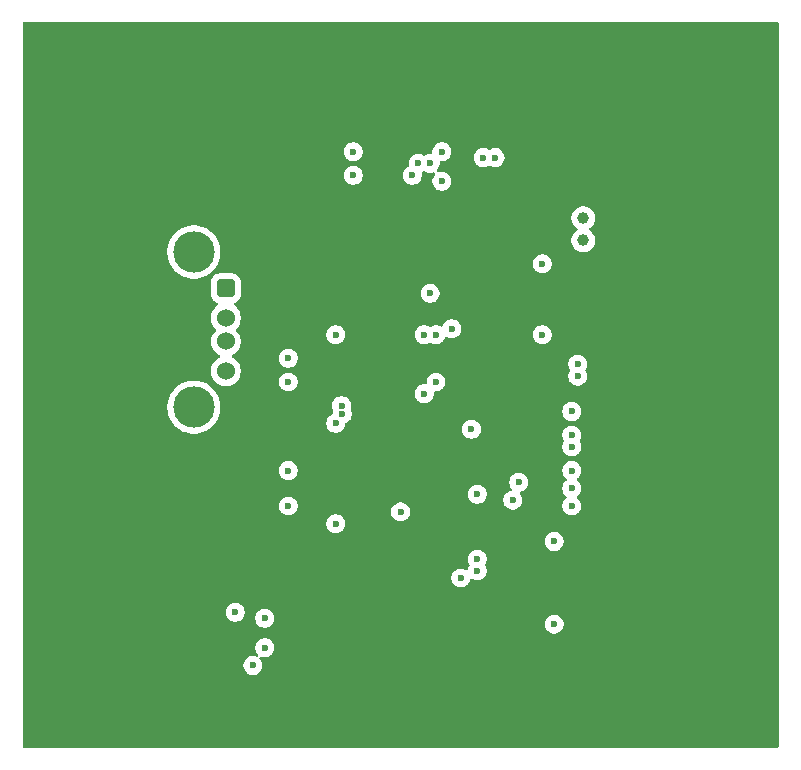
<source format=gbr>
%TF.GenerationSoftware,KiCad,Pcbnew,9.0.4*%
%TF.CreationDate,2025-10-12T20:17:52-04:00*%
%TF.ProjectId,Camera_PCB,43616d65-7261-45f5-9043-422e6b696361,rev?*%
%TF.SameCoordinates,Original*%
%TF.FileFunction,Copper,L3,Inr*%
%TF.FilePolarity,Positive*%
%FSLAX46Y46*%
G04 Gerber Fmt 4.6, Leading zero omitted, Abs format (unit mm)*
G04 Created by KiCad (PCBNEW 9.0.4) date 2025-10-12 20:17:52*
%MOMM*%
%LPD*%
G01*
G04 APERTURE LIST*
G04 Aperture macros list*
%AMRoundRect*
0 Rectangle with rounded corners*
0 $1 Rounding radius*
0 $2 $3 $4 $5 $6 $7 $8 $9 X,Y pos of 4 corners*
0 Add a 4 corners polygon primitive as box body*
4,1,4,$2,$3,$4,$5,$6,$7,$8,$9,$2,$3,0*
0 Add four circle primitives for the rounded corners*
1,1,$1+$1,$2,$3*
1,1,$1+$1,$4,$5*
1,1,$1+$1,$6,$7*
1,1,$1+$1,$8,$9*
0 Add four rect primitives between the rounded corners*
20,1,$1+$1,$2,$3,$4,$5,0*
20,1,$1+$1,$4,$5,$6,$7,0*
20,1,$1+$1,$6,$7,$8,$9,0*
20,1,$1+$1,$8,$9,$2,$3,0*%
G04 Aperture macros list end*
%TA.AperFunction,ComponentPad*%
%ADD10RoundRect,0.250000X-0.512000X0.512000X-0.512000X-0.512000X0.512000X-0.512000X0.512000X0.512000X0*%
%TD*%
%TA.AperFunction,ComponentPad*%
%ADD11C,1.524000*%
%TD*%
%TA.AperFunction,ComponentPad*%
%ADD12C,3.500000*%
%TD*%
%TA.AperFunction,ComponentPad*%
%ADD13C,1.000000*%
%TD*%
%TA.AperFunction,ViaPad*%
%ADD14C,0.600000*%
%TD*%
G04 APERTURE END LIST*
D10*
%TO.N,+5V*%
%TO.C,J2*%
X132710000Y-93570000D03*
D11*
%TO.N,USB_N*%
X132710000Y-96070000D03*
%TO.N,USB_P*%
X132710000Y-98070000D03*
%TO.N,GNDREF*%
X132710000Y-100570000D03*
D12*
X130000000Y-90500000D03*
X130000000Y-103640000D03*
%TD*%
D13*
%TO.N,X32KIN*%
%TO.C,Y2*%
X162960000Y-89520000D03*
%TO.N,X32KOUT*%
X162960000Y-87620000D03*
%TD*%
D14*
%TO.N,GNDREF*%
X151000000Y-84500000D03*
%TO.N,SDC0_D0*%
X154500000Y-82500000D03*
%TO.N,X24MOUT*%
X160500000Y-115000000D03*
X160500000Y-122000000D03*
%TO.N,SDC0_CMD*%
X150000000Y-94000000D03*
X150000000Y-83000000D03*
%TO.N,VDD*%
X151000000Y-82000000D03*
X143500000Y-82000000D03*
%TO.N,SDC0_D1*%
X149500000Y-102500000D03*
X155500000Y-82500000D03*
%TO.N,X32KOUT*%
X159500000Y-91500000D03*
X159500000Y-97500000D03*
%TO.N,SDC0_D3*%
X149000000Y-83000000D03*
X151819500Y-97000000D03*
%TO.N,SDC0_D0*%
X150500000Y-101500000D03*
%TO.N,SVREF*%
X154000000Y-111000000D03*
X135000000Y-125500000D03*
X154000000Y-116500000D03*
%TO.N,GNDREF*%
X143500000Y-84000000D03*
%TO.N,HPVCC*%
X147500000Y-112500000D03*
X138000000Y-99500000D03*
X138000000Y-109000000D03*
X142000000Y-113500000D03*
X138000000Y-101500000D03*
X138000000Y-112000000D03*
X153500000Y-105500000D03*
X157500000Y-110000000D03*
%TO.N,VDD-CPU*%
X136000000Y-121500000D03*
X152596836Y-118096836D03*
X149500000Y-97500000D03*
X142000000Y-97500000D03*
X136000000Y-124000000D03*
X154000000Y-117500000D03*
X142000000Y-105000000D03*
%TO.N,MCSI_D1_N*%
X162000000Y-107000000D03*
X162000000Y-109000000D03*
%TO.N,MCSI_D0_N*%
X162000000Y-110500000D03*
X162000000Y-112000000D03*
%TO.N,SZQ*%
X157000000Y-111500000D03*
X133500000Y-121000000D03*
%TO.N,SDC0_CLK*%
X148500000Y-84000000D03*
X150500000Y-97500000D03*
%TO.N,CSI-SCK*%
X142565267Y-104224067D03*
X162500000Y-101000000D03*
%TO.N,MCSI_CK_N*%
X162000000Y-106000000D03*
X162000000Y-104000000D03*
%TO.N,CSI_SDA*%
X142500000Y-103500000D03*
X162500000Y-100000000D03*
%TO.N,VCC-PLL*%
X153500000Y-109000000D03*
X155500000Y-117000000D03*
%TD*%
%TA.AperFunction,Conductor*%
%TO.N,VCC-PLL*%
G36*
X179443039Y-71019685D02*
G01*
X179488794Y-71072489D01*
X179500000Y-71124000D01*
X179500000Y-132376000D01*
X179480315Y-132443039D01*
X179427511Y-132488794D01*
X179376000Y-132500000D01*
X115624000Y-132500000D01*
X115556961Y-132480315D01*
X115511206Y-132427511D01*
X115500000Y-132376000D01*
X115500000Y-125421153D01*
X134199500Y-125421153D01*
X134199500Y-125578846D01*
X134230261Y-125733489D01*
X134230264Y-125733501D01*
X134290602Y-125879172D01*
X134290609Y-125879185D01*
X134378210Y-126010288D01*
X134378213Y-126010292D01*
X134489707Y-126121786D01*
X134489711Y-126121789D01*
X134620814Y-126209390D01*
X134620827Y-126209397D01*
X134766498Y-126269735D01*
X134766503Y-126269737D01*
X134921153Y-126300499D01*
X134921156Y-126300500D01*
X134921158Y-126300500D01*
X135078844Y-126300500D01*
X135078845Y-126300499D01*
X135233497Y-126269737D01*
X135379179Y-126209394D01*
X135510289Y-126121789D01*
X135621789Y-126010289D01*
X135709394Y-125879179D01*
X135769737Y-125733497D01*
X135800500Y-125578842D01*
X135800500Y-125421158D01*
X135800500Y-125421155D01*
X135800499Y-125421153D01*
X135769738Y-125266510D01*
X135769737Y-125266503D01*
X135769735Y-125266498D01*
X135709397Y-125120827D01*
X135709390Y-125120814D01*
X135621789Y-124989711D01*
X135621786Y-124989707D01*
X135584746Y-124952667D01*
X135551261Y-124891344D01*
X135556245Y-124821652D01*
X135598117Y-124765719D01*
X135663581Y-124741302D01*
X135719878Y-124750424D01*
X135766503Y-124769737D01*
X135921153Y-124800499D01*
X135921156Y-124800500D01*
X135921158Y-124800500D01*
X136078844Y-124800500D01*
X136078845Y-124800499D01*
X136233497Y-124769737D01*
X136379179Y-124709394D01*
X136510289Y-124621789D01*
X136621789Y-124510289D01*
X136709394Y-124379179D01*
X136769737Y-124233497D01*
X136800500Y-124078842D01*
X136800500Y-123921158D01*
X136800500Y-123921155D01*
X136800499Y-123921153D01*
X136769738Y-123766510D01*
X136769737Y-123766503D01*
X136769735Y-123766498D01*
X136709397Y-123620827D01*
X136709390Y-123620814D01*
X136621789Y-123489711D01*
X136621786Y-123489707D01*
X136510292Y-123378213D01*
X136510288Y-123378210D01*
X136379185Y-123290609D01*
X136379172Y-123290602D01*
X136233501Y-123230264D01*
X136233489Y-123230261D01*
X136078845Y-123199500D01*
X136078842Y-123199500D01*
X135921158Y-123199500D01*
X135921155Y-123199500D01*
X135766510Y-123230261D01*
X135766498Y-123230264D01*
X135620827Y-123290602D01*
X135620814Y-123290609D01*
X135489711Y-123378210D01*
X135489707Y-123378213D01*
X135378213Y-123489707D01*
X135378210Y-123489711D01*
X135290609Y-123620814D01*
X135290602Y-123620827D01*
X135230264Y-123766498D01*
X135230261Y-123766510D01*
X135199500Y-123921153D01*
X135199500Y-124078846D01*
X135230261Y-124233489D01*
X135230264Y-124233501D01*
X135290602Y-124379172D01*
X135290609Y-124379185D01*
X135378210Y-124510288D01*
X135378213Y-124510292D01*
X135415253Y-124547332D01*
X135448738Y-124608655D01*
X135443754Y-124678347D01*
X135401882Y-124734280D01*
X135336418Y-124758697D01*
X135280121Y-124749575D01*
X135233497Y-124730263D01*
X135233492Y-124730262D01*
X135233489Y-124730261D01*
X135078845Y-124699500D01*
X135078842Y-124699500D01*
X134921158Y-124699500D01*
X134921155Y-124699500D01*
X134766510Y-124730261D01*
X134766498Y-124730264D01*
X134620827Y-124790602D01*
X134620814Y-124790609D01*
X134489711Y-124878210D01*
X134489707Y-124878213D01*
X134378213Y-124989707D01*
X134378210Y-124989711D01*
X134290609Y-125120814D01*
X134290602Y-125120827D01*
X134230264Y-125266498D01*
X134230261Y-125266510D01*
X134199500Y-125421153D01*
X115500000Y-125421153D01*
X115500000Y-120921153D01*
X132699500Y-120921153D01*
X132699500Y-121078846D01*
X132730261Y-121233489D01*
X132730264Y-121233501D01*
X132790602Y-121379172D01*
X132790609Y-121379185D01*
X132878210Y-121510288D01*
X132878213Y-121510292D01*
X132989707Y-121621786D01*
X132989711Y-121621789D01*
X133120814Y-121709390D01*
X133120827Y-121709397D01*
X133258683Y-121766498D01*
X133266503Y-121769737D01*
X133421153Y-121800499D01*
X133421156Y-121800500D01*
X133421158Y-121800500D01*
X133578844Y-121800500D01*
X133578845Y-121800499D01*
X133733497Y-121769737D01*
X133879179Y-121709394D01*
X134010289Y-121621789D01*
X134121789Y-121510289D01*
X134181348Y-121421153D01*
X135199500Y-121421153D01*
X135199500Y-121578846D01*
X135230261Y-121733489D01*
X135230264Y-121733501D01*
X135290602Y-121879172D01*
X135290609Y-121879185D01*
X135378210Y-122010288D01*
X135378213Y-122010292D01*
X135489707Y-122121786D01*
X135489711Y-122121789D01*
X135620814Y-122209390D01*
X135620827Y-122209397D01*
X135766498Y-122269735D01*
X135766503Y-122269737D01*
X135921153Y-122300499D01*
X135921156Y-122300500D01*
X135921158Y-122300500D01*
X136078844Y-122300500D01*
X136078845Y-122300499D01*
X136233497Y-122269737D01*
X136379179Y-122209394D01*
X136510289Y-122121789D01*
X136621789Y-122010289D01*
X136681348Y-121921153D01*
X159699500Y-121921153D01*
X159699500Y-122078846D01*
X159730261Y-122233489D01*
X159730264Y-122233501D01*
X159790602Y-122379172D01*
X159790609Y-122379185D01*
X159878210Y-122510288D01*
X159878213Y-122510292D01*
X159989707Y-122621786D01*
X159989711Y-122621789D01*
X160120814Y-122709390D01*
X160120827Y-122709397D01*
X160266498Y-122769735D01*
X160266503Y-122769737D01*
X160421153Y-122800499D01*
X160421156Y-122800500D01*
X160421158Y-122800500D01*
X160578844Y-122800500D01*
X160578845Y-122800499D01*
X160733497Y-122769737D01*
X160879179Y-122709394D01*
X161010289Y-122621789D01*
X161121789Y-122510289D01*
X161209394Y-122379179D01*
X161269737Y-122233497D01*
X161300500Y-122078842D01*
X161300500Y-121921158D01*
X161300500Y-121921155D01*
X161300499Y-121921153D01*
X161269738Y-121766510D01*
X161269737Y-121766503D01*
X161209794Y-121621786D01*
X161209397Y-121620827D01*
X161209390Y-121620814D01*
X161121789Y-121489711D01*
X161121786Y-121489707D01*
X161010292Y-121378213D01*
X161010288Y-121378210D01*
X160879185Y-121290609D01*
X160879172Y-121290602D01*
X160733501Y-121230264D01*
X160733489Y-121230261D01*
X160578845Y-121199500D01*
X160578842Y-121199500D01*
X160421158Y-121199500D01*
X160421155Y-121199500D01*
X160266510Y-121230261D01*
X160266498Y-121230264D01*
X160120827Y-121290602D01*
X160120814Y-121290609D01*
X159989711Y-121378210D01*
X159989707Y-121378213D01*
X159878213Y-121489707D01*
X159878210Y-121489711D01*
X159790609Y-121620814D01*
X159790602Y-121620827D01*
X159730264Y-121766498D01*
X159730261Y-121766510D01*
X159699500Y-121921153D01*
X136681348Y-121921153D01*
X136709394Y-121879179D01*
X136769737Y-121733497D01*
X136800500Y-121578842D01*
X136800500Y-121421158D01*
X136800500Y-121421155D01*
X136800499Y-121421153D01*
X136774531Y-121290606D01*
X136769737Y-121266503D01*
X136756062Y-121233489D01*
X136709397Y-121120827D01*
X136709390Y-121120814D01*
X136621789Y-120989711D01*
X136621786Y-120989707D01*
X136510292Y-120878213D01*
X136510288Y-120878210D01*
X136379185Y-120790609D01*
X136379172Y-120790602D01*
X136233501Y-120730264D01*
X136233489Y-120730261D01*
X136078845Y-120699500D01*
X136078842Y-120699500D01*
X135921158Y-120699500D01*
X135921155Y-120699500D01*
X135766510Y-120730261D01*
X135766498Y-120730264D01*
X135620827Y-120790602D01*
X135620814Y-120790609D01*
X135489711Y-120878210D01*
X135489707Y-120878213D01*
X135378213Y-120989707D01*
X135378210Y-120989711D01*
X135290609Y-121120814D01*
X135290602Y-121120827D01*
X135230264Y-121266498D01*
X135230261Y-121266510D01*
X135199500Y-121421153D01*
X134181348Y-121421153D01*
X134209394Y-121379179D01*
X134269737Y-121233497D01*
X134300500Y-121078842D01*
X134300500Y-120921158D01*
X134300500Y-120921155D01*
X134300499Y-120921153D01*
X134274531Y-120790606D01*
X134269737Y-120766503D01*
X134269735Y-120766498D01*
X134209397Y-120620827D01*
X134209390Y-120620814D01*
X134121789Y-120489711D01*
X134121786Y-120489707D01*
X134010292Y-120378213D01*
X134010288Y-120378210D01*
X133879185Y-120290609D01*
X133879172Y-120290602D01*
X133733501Y-120230264D01*
X133733489Y-120230261D01*
X133578845Y-120199500D01*
X133578842Y-120199500D01*
X133421158Y-120199500D01*
X133421155Y-120199500D01*
X133266510Y-120230261D01*
X133266498Y-120230264D01*
X133120827Y-120290602D01*
X133120814Y-120290609D01*
X132989711Y-120378210D01*
X132989707Y-120378213D01*
X132878213Y-120489707D01*
X132878210Y-120489711D01*
X132790609Y-120620814D01*
X132790602Y-120620827D01*
X132730264Y-120766498D01*
X132730261Y-120766510D01*
X132699500Y-120921153D01*
X115500000Y-120921153D01*
X115500000Y-118017989D01*
X151796336Y-118017989D01*
X151796336Y-118175682D01*
X151827097Y-118330325D01*
X151827100Y-118330337D01*
X151887438Y-118476008D01*
X151887445Y-118476021D01*
X151975046Y-118607124D01*
X151975049Y-118607128D01*
X152086543Y-118718622D01*
X152086547Y-118718625D01*
X152217650Y-118806226D01*
X152217663Y-118806233D01*
X152363334Y-118866571D01*
X152363339Y-118866573D01*
X152517989Y-118897335D01*
X152517992Y-118897336D01*
X152517994Y-118897336D01*
X152675680Y-118897336D01*
X152675681Y-118897335D01*
X152830333Y-118866573D01*
X152976015Y-118806230D01*
X153107125Y-118718625D01*
X153218625Y-118607125D01*
X153306230Y-118476015D01*
X153366573Y-118330333D01*
X153381430Y-118255643D01*
X153413814Y-118193732D01*
X153474530Y-118159158D01*
X153544300Y-118162897D01*
X153571938Y-118176732D01*
X153620814Y-118209390D01*
X153620827Y-118209397D01*
X153766498Y-118269735D01*
X153766503Y-118269737D01*
X153921153Y-118300499D01*
X153921156Y-118300500D01*
X153921158Y-118300500D01*
X154078844Y-118300500D01*
X154078845Y-118300499D01*
X154233497Y-118269737D01*
X154379179Y-118209394D01*
X154510289Y-118121789D01*
X154621789Y-118010289D01*
X154709394Y-117879179D01*
X154769737Y-117733497D01*
X154800500Y-117578842D01*
X154800500Y-117421158D01*
X154800500Y-117421155D01*
X154800499Y-117421153D01*
X154784594Y-117341194D01*
X154769737Y-117266503D01*
X154769735Y-117266498D01*
X154709396Y-117120825D01*
X154709394Y-117120822D01*
X154709394Y-117120821D01*
X154674694Y-117068889D01*
X154653816Y-117002215D01*
X154672300Y-116934835D01*
X154674676Y-116931136D01*
X154709394Y-116879179D01*
X154769737Y-116733497D01*
X154800500Y-116578842D01*
X154800500Y-116421158D01*
X154800500Y-116421155D01*
X154800499Y-116421153D01*
X154769738Y-116266510D01*
X154769737Y-116266503D01*
X154769735Y-116266498D01*
X154709397Y-116120827D01*
X154709390Y-116120814D01*
X154621789Y-115989711D01*
X154621786Y-115989707D01*
X154510292Y-115878213D01*
X154510288Y-115878210D01*
X154379185Y-115790609D01*
X154379172Y-115790602D01*
X154233501Y-115730264D01*
X154233489Y-115730261D01*
X154078845Y-115699500D01*
X154078842Y-115699500D01*
X153921158Y-115699500D01*
X153921155Y-115699500D01*
X153766510Y-115730261D01*
X153766498Y-115730264D01*
X153620827Y-115790602D01*
X153620814Y-115790609D01*
X153489711Y-115878210D01*
X153489707Y-115878213D01*
X153378213Y-115989707D01*
X153378210Y-115989711D01*
X153290609Y-116120814D01*
X153290602Y-116120827D01*
X153230264Y-116266498D01*
X153230261Y-116266510D01*
X153199500Y-116421153D01*
X153199500Y-116578846D01*
X153230261Y-116733489D01*
X153230264Y-116733501D01*
X153290602Y-116879172D01*
X153290609Y-116879185D01*
X153325304Y-116931109D01*
X153346182Y-116997786D01*
X153327698Y-117065167D01*
X153325304Y-117068891D01*
X153290609Y-117120814D01*
X153290602Y-117120827D01*
X153230264Y-117266498D01*
X153230262Y-117266507D01*
X153215405Y-117341194D01*
X153183019Y-117403104D01*
X153122303Y-117437678D01*
X153052534Y-117433937D01*
X153024898Y-117420103D01*
X152976026Y-117387448D01*
X152976008Y-117387438D01*
X152830337Y-117327100D01*
X152830325Y-117327097D01*
X152675681Y-117296336D01*
X152675678Y-117296336D01*
X152517994Y-117296336D01*
X152517991Y-117296336D01*
X152363346Y-117327097D01*
X152363334Y-117327100D01*
X152217663Y-117387438D01*
X152217650Y-117387445D01*
X152086547Y-117475046D01*
X152086543Y-117475049D01*
X151975049Y-117586543D01*
X151975046Y-117586547D01*
X151887445Y-117717650D01*
X151887438Y-117717663D01*
X151827100Y-117863334D01*
X151827097Y-117863346D01*
X151796336Y-118017989D01*
X115500000Y-118017989D01*
X115500000Y-114921153D01*
X159699500Y-114921153D01*
X159699500Y-115078846D01*
X159730261Y-115233489D01*
X159730264Y-115233501D01*
X159790602Y-115379172D01*
X159790609Y-115379185D01*
X159878210Y-115510288D01*
X159878213Y-115510292D01*
X159989707Y-115621786D01*
X159989711Y-115621789D01*
X160120814Y-115709390D01*
X160120827Y-115709397D01*
X160266498Y-115769735D01*
X160266503Y-115769737D01*
X160421153Y-115800499D01*
X160421156Y-115800500D01*
X160421158Y-115800500D01*
X160578844Y-115800500D01*
X160578845Y-115800499D01*
X160733497Y-115769737D01*
X160879179Y-115709394D01*
X161010289Y-115621789D01*
X161121789Y-115510289D01*
X161209394Y-115379179D01*
X161269737Y-115233497D01*
X161300500Y-115078842D01*
X161300500Y-114921158D01*
X161300500Y-114921155D01*
X161300499Y-114921153D01*
X161269738Y-114766510D01*
X161269737Y-114766503D01*
X161269735Y-114766498D01*
X161209397Y-114620827D01*
X161209390Y-114620814D01*
X161121789Y-114489711D01*
X161121786Y-114489707D01*
X161010292Y-114378213D01*
X161010288Y-114378210D01*
X160879185Y-114290609D01*
X160879172Y-114290602D01*
X160733501Y-114230264D01*
X160733489Y-114230261D01*
X160578845Y-114199500D01*
X160578842Y-114199500D01*
X160421158Y-114199500D01*
X160421155Y-114199500D01*
X160266510Y-114230261D01*
X160266498Y-114230264D01*
X160120827Y-114290602D01*
X160120814Y-114290609D01*
X159989711Y-114378210D01*
X159989707Y-114378213D01*
X159878213Y-114489707D01*
X159878210Y-114489711D01*
X159790609Y-114620814D01*
X159790602Y-114620827D01*
X159730264Y-114766498D01*
X159730261Y-114766510D01*
X159699500Y-114921153D01*
X115500000Y-114921153D01*
X115500000Y-113421153D01*
X141199500Y-113421153D01*
X141199500Y-113578846D01*
X141230261Y-113733489D01*
X141230264Y-113733501D01*
X141290602Y-113879172D01*
X141290609Y-113879185D01*
X141378210Y-114010288D01*
X141378213Y-114010292D01*
X141489707Y-114121786D01*
X141489711Y-114121789D01*
X141620814Y-114209390D01*
X141620827Y-114209397D01*
X141766498Y-114269735D01*
X141766503Y-114269737D01*
X141921153Y-114300499D01*
X141921156Y-114300500D01*
X141921158Y-114300500D01*
X142078844Y-114300500D01*
X142078845Y-114300499D01*
X142233497Y-114269737D01*
X142379179Y-114209394D01*
X142510289Y-114121789D01*
X142621789Y-114010289D01*
X142709394Y-113879179D01*
X142769737Y-113733497D01*
X142800500Y-113578842D01*
X142800500Y-113421158D01*
X142800500Y-113421155D01*
X142800499Y-113421153D01*
X142769738Y-113266510D01*
X142769737Y-113266503D01*
X142709794Y-113121786D01*
X142709397Y-113120827D01*
X142709390Y-113120814D01*
X142621789Y-112989711D01*
X142621786Y-112989707D01*
X142510292Y-112878213D01*
X142510288Y-112878210D01*
X142379185Y-112790609D01*
X142379172Y-112790602D01*
X142233501Y-112730264D01*
X142233489Y-112730261D01*
X142078845Y-112699500D01*
X142078842Y-112699500D01*
X141921158Y-112699500D01*
X141921155Y-112699500D01*
X141766510Y-112730261D01*
X141766498Y-112730264D01*
X141620827Y-112790602D01*
X141620814Y-112790609D01*
X141489711Y-112878210D01*
X141489707Y-112878213D01*
X141378213Y-112989707D01*
X141378210Y-112989711D01*
X141290609Y-113120814D01*
X141290602Y-113120827D01*
X141230264Y-113266498D01*
X141230261Y-113266510D01*
X141199500Y-113421153D01*
X115500000Y-113421153D01*
X115500000Y-111921153D01*
X137199500Y-111921153D01*
X137199500Y-112078846D01*
X137230261Y-112233489D01*
X137230264Y-112233501D01*
X137290602Y-112379172D01*
X137290609Y-112379185D01*
X137378210Y-112510288D01*
X137378213Y-112510292D01*
X137489707Y-112621786D01*
X137489711Y-112621789D01*
X137620814Y-112709390D01*
X137620827Y-112709397D01*
X137766498Y-112769735D01*
X137766503Y-112769737D01*
X137921153Y-112800499D01*
X137921156Y-112800500D01*
X137921158Y-112800500D01*
X138078844Y-112800500D01*
X138078845Y-112800499D01*
X138233497Y-112769737D01*
X138379179Y-112709394D01*
X138510289Y-112621789D01*
X138621789Y-112510289D01*
X138681348Y-112421153D01*
X146699500Y-112421153D01*
X146699500Y-112578846D01*
X146730261Y-112733489D01*
X146730264Y-112733501D01*
X146790602Y-112879172D01*
X146790609Y-112879185D01*
X146878210Y-113010288D01*
X146878213Y-113010292D01*
X146989707Y-113121786D01*
X146989711Y-113121789D01*
X147120814Y-113209390D01*
X147120827Y-113209397D01*
X147258683Y-113266498D01*
X147266503Y-113269737D01*
X147421153Y-113300499D01*
X147421156Y-113300500D01*
X147421158Y-113300500D01*
X147578844Y-113300500D01*
X147578845Y-113300499D01*
X147733497Y-113269737D01*
X147879179Y-113209394D01*
X148010289Y-113121789D01*
X148121789Y-113010289D01*
X148209394Y-112879179D01*
X148269737Y-112733497D01*
X148300500Y-112578842D01*
X148300500Y-112421158D01*
X148300500Y-112421155D01*
X148300499Y-112421153D01*
X148269738Y-112266510D01*
X148269737Y-112266503D01*
X148209794Y-112121786D01*
X148209397Y-112120827D01*
X148209390Y-112120814D01*
X148121789Y-111989711D01*
X148121786Y-111989707D01*
X148010292Y-111878213D01*
X148010288Y-111878210D01*
X147879185Y-111790609D01*
X147879172Y-111790602D01*
X147733501Y-111730264D01*
X147733489Y-111730261D01*
X147578845Y-111699500D01*
X147578842Y-111699500D01*
X147421158Y-111699500D01*
X147421155Y-111699500D01*
X147266510Y-111730261D01*
X147266498Y-111730264D01*
X147120827Y-111790602D01*
X147120814Y-111790609D01*
X146989711Y-111878210D01*
X146989707Y-111878213D01*
X146878213Y-111989707D01*
X146878210Y-111989711D01*
X146790609Y-112120814D01*
X146790602Y-112120827D01*
X146730264Y-112266498D01*
X146730261Y-112266510D01*
X146699500Y-112421153D01*
X138681348Y-112421153D01*
X138709394Y-112379179D01*
X138769737Y-112233497D01*
X138800500Y-112078842D01*
X138800500Y-111921158D01*
X138800500Y-111921155D01*
X138800499Y-111921153D01*
X138774531Y-111790606D01*
X138769737Y-111766503D01*
X138756062Y-111733489D01*
X138709397Y-111620827D01*
X138709390Y-111620814D01*
X138621789Y-111489711D01*
X138621786Y-111489707D01*
X138510292Y-111378213D01*
X138510288Y-111378210D01*
X138379185Y-111290609D01*
X138379172Y-111290602D01*
X138233501Y-111230264D01*
X138233489Y-111230261D01*
X138078845Y-111199500D01*
X138078842Y-111199500D01*
X137921158Y-111199500D01*
X137921155Y-111199500D01*
X137766510Y-111230261D01*
X137766498Y-111230264D01*
X137620827Y-111290602D01*
X137620814Y-111290609D01*
X137489711Y-111378210D01*
X137489707Y-111378213D01*
X137378213Y-111489707D01*
X137378210Y-111489711D01*
X137290609Y-111620814D01*
X137290602Y-111620827D01*
X137230264Y-111766498D01*
X137230261Y-111766510D01*
X137199500Y-111921153D01*
X115500000Y-111921153D01*
X115500000Y-110921153D01*
X153199500Y-110921153D01*
X153199500Y-111078846D01*
X153230261Y-111233489D01*
X153230264Y-111233501D01*
X153290602Y-111379172D01*
X153290609Y-111379185D01*
X153378210Y-111510288D01*
X153378213Y-111510292D01*
X153489707Y-111621786D01*
X153489711Y-111621789D01*
X153620814Y-111709390D01*
X153620827Y-111709397D01*
X153758683Y-111766498D01*
X153766503Y-111769737D01*
X153921153Y-111800499D01*
X153921156Y-111800500D01*
X153921158Y-111800500D01*
X154078844Y-111800500D01*
X154078845Y-111800499D01*
X154233497Y-111769737D01*
X154379179Y-111709394D01*
X154510289Y-111621789D01*
X154621789Y-111510289D01*
X154681348Y-111421153D01*
X156199500Y-111421153D01*
X156199500Y-111578846D01*
X156230261Y-111733489D01*
X156230264Y-111733501D01*
X156290602Y-111879172D01*
X156290609Y-111879185D01*
X156378210Y-112010288D01*
X156378213Y-112010292D01*
X156489707Y-112121786D01*
X156489711Y-112121789D01*
X156620814Y-112209390D01*
X156620827Y-112209397D01*
X156758683Y-112266498D01*
X156766503Y-112269737D01*
X156921153Y-112300499D01*
X156921156Y-112300500D01*
X156921158Y-112300500D01*
X157078844Y-112300500D01*
X157078845Y-112300499D01*
X157233497Y-112269737D01*
X157379179Y-112209394D01*
X157510289Y-112121789D01*
X157621789Y-112010289D01*
X157709394Y-111879179D01*
X157769737Y-111733497D01*
X157800500Y-111578842D01*
X157800500Y-111421158D01*
X157800500Y-111421155D01*
X157800499Y-111421153D01*
X157782937Y-111332863D01*
X157769737Y-111266503D01*
X157756062Y-111233489D01*
X157709397Y-111120827D01*
X157709390Y-111120814D01*
X157621789Y-110989711D01*
X157621786Y-110989707D01*
X157620885Y-110988806D01*
X157620563Y-110988217D01*
X157617924Y-110985001D01*
X157618533Y-110984500D01*
X157587400Y-110927483D01*
X157592384Y-110857791D01*
X157634256Y-110801858D01*
X157684372Y-110779508D01*
X157733497Y-110769737D01*
X157879179Y-110709394D01*
X158010289Y-110621789D01*
X158121789Y-110510289D01*
X158209394Y-110379179D01*
X158269737Y-110233497D01*
X158300500Y-110078842D01*
X158300500Y-109921158D01*
X158300500Y-109921155D01*
X158300499Y-109921153D01*
X158276499Y-109800499D01*
X158269737Y-109766503D01*
X158262901Y-109750000D01*
X158209397Y-109620827D01*
X158209390Y-109620814D01*
X158121789Y-109489711D01*
X158121786Y-109489707D01*
X158010292Y-109378213D01*
X158010288Y-109378210D01*
X157879185Y-109290609D01*
X157879172Y-109290602D01*
X157733501Y-109230264D01*
X157733489Y-109230261D01*
X157578845Y-109199500D01*
X157578842Y-109199500D01*
X157421158Y-109199500D01*
X157421155Y-109199500D01*
X157266510Y-109230261D01*
X157266498Y-109230264D01*
X157120827Y-109290602D01*
X157120814Y-109290609D01*
X156989711Y-109378210D01*
X156989707Y-109378213D01*
X156878213Y-109489707D01*
X156878210Y-109489711D01*
X156790609Y-109620814D01*
X156790602Y-109620827D01*
X156730264Y-109766498D01*
X156730261Y-109766510D01*
X156699500Y-109921153D01*
X156699500Y-110078846D01*
X156730261Y-110233489D01*
X156730264Y-110233501D01*
X156790602Y-110379172D01*
X156790609Y-110379185D01*
X156878210Y-110510288D01*
X156878213Y-110510292D01*
X156879114Y-110511193D01*
X156879435Y-110511780D01*
X156882076Y-110514999D01*
X156881465Y-110515499D01*
X156912599Y-110572516D01*
X156907615Y-110642208D01*
X156865743Y-110698141D01*
X156815626Y-110720491D01*
X156766507Y-110730261D01*
X156766498Y-110730264D01*
X156620827Y-110790602D01*
X156620814Y-110790609D01*
X156489711Y-110878210D01*
X156489707Y-110878213D01*
X156378213Y-110989707D01*
X156378210Y-110989711D01*
X156290609Y-111120814D01*
X156290602Y-111120827D01*
X156230264Y-111266498D01*
X156230261Y-111266510D01*
X156199500Y-111421153D01*
X154681348Y-111421153D01*
X154709394Y-111379179D01*
X154769737Y-111233497D01*
X154800500Y-111078842D01*
X154800500Y-110921158D01*
X154800500Y-110921155D01*
X154800499Y-110921153D01*
X154787895Y-110857791D01*
X154769737Y-110766503D01*
X154756062Y-110733489D01*
X154709397Y-110620827D01*
X154709390Y-110620814D01*
X154621789Y-110489711D01*
X154621786Y-110489707D01*
X154510292Y-110378213D01*
X154510288Y-110378210D01*
X154379185Y-110290609D01*
X154379172Y-110290602D01*
X154233501Y-110230264D01*
X154233489Y-110230261D01*
X154078845Y-110199500D01*
X154078842Y-110199500D01*
X153921158Y-110199500D01*
X153921155Y-110199500D01*
X153766510Y-110230261D01*
X153766498Y-110230264D01*
X153620827Y-110290602D01*
X153620814Y-110290609D01*
X153489711Y-110378210D01*
X153489707Y-110378213D01*
X153378213Y-110489707D01*
X153378210Y-110489711D01*
X153290609Y-110620814D01*
X153290602Y-110620827D01*
X153230264Y-110766498D01*
X153230261Y-110766510D01*
X153199500Y-110921153D01*
X115500000Y-110921153D01*
X115500000Y-108921153D01*
X137199500Y-108921153D01*
X137199500Y-109078846D01*
X137230261Y-109233489D01*
X137230264Y-109233501D01*
X137290602Y-109379172D01*
X137290609Y-109379185D01*
X137378210Y-109510288D01*
X137378213Y-109510292D01*
X137489707Y-109621786D01*
X137489711Y-109621789D01*
X137620814Y-109709390D01*
X137620827Y-109709397D01*
X137718853Y-109750000D01*
X137766503Y-109769737D01*
X137921153Y-109800499D01*
X137921156Y-109800500D01*
X137921158Y-109800500D01*
X138078844Y-109800500D01*
X138078845Y-109800499D01*
X138233497Y-109769737D01*
X138379179Y-109709394D01*
X138510289Y-109621789D01*
X138621789Y-109510289D01*
X138709394Y-109379179D01*
X138769737Y-109233497D01*
X138800500Y-109078842D01*
X138800500Y-108921158D01*
X138800500Y-108921155D01*
X138800499Y-108921153D01*
X161199500Y-108921153D01*
X161199500Y-109078846D01*
X161230261Y-109233489D01*
X161230264Y-109233501D01*
X161290602Y-109379172D01*
X161290609Y-109379185D01*
X161378210Y-109510288D01*
X161378213Y-109510292D01*
X161489707Y-109621786D01*
X161489710Y-109621788D01*
X161489711Y-109621789D01*
X161515219Y-109638833D01*
X161527289Y-109646898D01*
X161572093Y-109700511D01*
X161580800Y-109769836D01*
X161550645Y-109832863D01*
X161527289Y-109853102D01*
X161489707Y-109878213D01*
X161378213Y-109989707D01*
X161378210Y-109989711D01*
X161290609Y-110120814D01*
X161290602Y-110120827D01*
X161230264Y-110266498D01*
X161230261Y-110266510D01*
X161199500Y-110421153D01*
X161199500Y-110578846D01*
X161230261Y-110733489D01*
X161230264Y-110733501D01*
X161290602Y-110879172D01*
X161290609Y-110879185D01*
X161378210Y-111010288D01*
X161378213Y-111010292D01*
X161489707Y-111121786D01*
X161489710Y-111121788D01*
X161489711Y-111121789D01*
X161515219Y-111138833D01*
X161527289Y-111146898D01*
X161572093Y-111200511D01*
X161580800Y-111269836D01*
X161550645Y-111332863D01*
X161527289Y-111353102D01*
X161489707Y-111378213D01*
X161378213Y-111489707D01*
X161378210Y-111489711D01*
X161290609Y-111620814D01*
X161290602Y-111620827D01*
X161230264Y-111766498D01*
X161230261Y-111766510D01*
X161199500Y-111921153D01*
X161199500Y-112078846D01*
X161230261Y-112233489D01*
X161230264Y-112233501D01*
X161290602Y-112379172D01*
X161290609Y-112379185D01*
X161378210Y-112510288D01*
X161378213Y-112510292D01*
X161489707Y-112621786D01*
X161489711Y-112621789D01*
X161620814Y-112709390D01*
X161620827Y-112709397D01*
X161766498Y-112769735D01*
X161766503Y-112769737D01*
X161921153Y-112800499D01*
X161921156Y-112800500D01*
X161921158Y-112800500D01*
X162078844Y-112800500D01*
X162078845Y-112800499D01*
X162233497Y-112769737D01*
X162379179Y-112709394D01*
X162510289Y-112621789D01*
X162621789Y-112510289D01*
X162709394Y-112379179D01*
X162769737Y-112233497D01*
X162800500Y-112078842D01*
X162800500Y-111921158D01*
X162800500Y-111921155D01*
X162800499Y-111921153D01*
X162774531Y-111790606D01*
X162769737Y-111766503D01*
X162756062Y-111733489D01*
X162709397Y-111620827D01*
X162709390Y-111620814D01*
X162621789Y-111489711D01*
X162621786Y-111489707D01*
X162510292Y-111378213D01*
X162510284Y-111378207D01*
X162472712Y-111353102D01*
X162427906Y-111299490D01*
X162419199Y-111230165D01*
X162449353Y-111167138D01*
X162472712Y-111146898D01*
X162499279Y-111129145D01*
X162510289Y-111121789D01*
X162621789Y-111010289D01*
X162709394Y-110879179D01*
X162769737Y-110733497D01*
X162800500Y-110578842D01*
X162800500Y-110421158D01*
X162800500Y-110421155D01*
X162800499Y-110421153D01*
X162774531Y-110290606D01*
X162769737Y-110266503D01*
X162756062Y-110233489D01*
X162709397Y-110120827D01*
X162709390Y-110120814D01*
X162621789Y-109989711D01*
X162621786Y-109989707D01*
X162510292Y-109878213D01*
X162510284Y-109878207D01*
X162472712Y-109853102D01*
X162427906Y-109799490D01*
X162419199Y-109730165D01*
X162449353Y-109667138D01*
X162472712Y-109646898D01*
X162499279Y-109629145D01*
X162510289Y-109621789D01*
X162621789Y-109510289D01*
X162709394Y-109379179D01*
X162769737Y-109233497D01*
X162800500Y-109078842D01*
X162800500Y-108921158D01*
X162800500Y-108921155D01*
X162800499Y-108921153D01*
X162769738Y-108766510D01*
X162769737Y-108766503D01*
X162769735Y-108766498D01*
X162709397Y-108620827D01*
X162709390Y-108620814D01*
X162621789Y-108489711D01*
X162621786Y-108489707D01*
X162510292Y-108378213D01*
X162510288Y-108378210D01*
X162379185Y-108290609D01*
X162379172Y-108290602D01*
X162233501Y-108230264D01*
X162233489Y-108230261D01*
X162078845Y-108199500D01*
X162078842Y-108199500D01*
X161921158Y-108199500D01*
X161921155Y-108199500D01*
X161766510Y-108230261D01*
X161766498Y-108230264D01*
X161620827Y-108290602D01*
X161620814Y-108290609D01*
X161489711Y-108378210D01*
X161489707Y-108378213D01*
X161378213Y-108489707D01*
X161378210Y-108489711D01*
X161290609Y-108620814D01*
X161290602Y-108620827D01*
X161230264Y-108766498D01*
X161230261Y-108766510D01*
X161199500Y-108921153D01*
X138800499Y-108921153D01*
X138769738Y-108766510D01*
X138769737Y-108766503D01*
X138769735Y-108766498D01*
X138709397Y-108620827D01*
X138709390Y-108620814D01*
X138621789Y-108489711D01*
X138621786Y-108489707D01*
X138510292Y-108378213D01*
X138510288Y-108378210D01*
X138379185Y-108290609D01*
X138379172Y-108290602D01*
X138233501Y-108230264D01*
X138233489Y-108230261D01*
X138078845Y-108199500D01*
X138078842Y-108199500D01*
X137921158Y-108199500D01*
X137921155Y-108199500D01*
X137766510Y-108230261D01*
X137766498Y-108230264D01*
X137620827Y-108290602D01*
X137620814Y-108290609D01*
X137489711Y-108378210D01*
X137489707Y-108378213D01*
X137378213Y-108489707D01*
X137378210Y-108489711D01*
X137290609Y-108620814D01*
X137290602Y-108620827D01*
X137230264Y-108766498D01*
X137230261Y-108766510D01*
X137199500Y-108921153D01*
X115500000Y-108921153D01*
X115500000Y-103492486D01*
X127749500Y-103492486D01*
X127749500Y-103787513D01*
X127772737Y-103964009D01*
X127788007Y-104079993D01*
X127847738Y-104302913D01*
X127864361Y-104364951D01*
X127864364Y-104364961D01*
X127977254Y-104637500D01*
X127977258Y-104637510D01*
X128124761Y-104892993D01*
X128304352Y-105127040D01*
X128304358Y-105127047D01*
X128512952Y-105335641D01*
X128512959Y-105335647D01*
X128747006Y-105515238D01*
X129002489Y-105662741D01*
X129002490Y-105662741D01*
X129002493Y-105662743D01*
X129115126Y-105709397D01*
X129260801Y-105769738D01*
X129275048Y-105775639D01*
X129560007Y-105851993D01*
X129852494Y-105890500D01*
X129852501Y-105890500D01*
X130147499Y-105890500D01*
X130147506Y-105890500D01*
X130439993Y-105851993D01*
X130724952Y-105775639D01*
X130997507Y-105662743D01*
X131252994Y-105515238D01*
X131487042Y-105335646D01*
X131695646Y-105127042D01*
X131853631Y-104921153D01*
X141199500Y-104921153D01*
X141199500Y-105078846D01*
X141230261Y-105233489D01*
X141230264Y-105233501D01*
X141290602Y-105379172D01*
X141290609Y-105379185D01*
X141378210Y-105510288D01*
X141378213Y-105510292D01*
X141489707Y-105621786D01*
X141489711Y-105621789D01*
X141620814Y-105709390D01*
X141620827Y-105709397D01*
X141758683Y-105766498D01*
X141766503Y-105769737D01*
X141921153Y-105800499D01*
X141921156Y-105800500D01*
X141921158Y-105800500D01*
X142078844Y-105800500D01*
X142078845Y-105800499D01*
X142233497Y-105769737D01*
X142379179Y-105709394D01*
X142510289Y-105621789D01*
X142621789Y-105510289D01*
X142681348Y-105421153D01*
X152699500Y-105421153D01*
X152699500Y-105578846D01*
X152730261Y-105733489D01*
X152730264Y-105733501D01*
X152790602Y-105879172D01*
X152790609Y-105879185D01*
X152878210Y-106010288D01*
X152878213Y-106010292D01*
X152989707Y-106121786D01*
X152989711Y-106121789D01*
X153120814Y-106209390D01*
X153120827Y-106209397D01*
X153266498Y-106269735D01*
X153266503Y-106269737D01*
X153421153Y-106300499D01*
X153421156Y-106300500D01*
X153421158Y-106300500D01*
X153578844Y-106300500D01*
X153578845Y-106300499D01*
X153733497Y-106269737D01*
X153879179Y-106209394D01*
X154010289Y-106121789D01*
X154121789Y-106010289D01*
X154181348Y-105921153D01*
X161199500Y-105921153D01*
X161199500Y-106078846D01*
X161230261Y-106233489D01*
X161230264Y-106233501D01*
X161290602Y-106379172D01*
X161290609Y-106379185D01*
X161325304Y-106431109D01*
X161346182Y-106497786D01*
X161327698Y-106565167D01*
X161325304Y-106568891D01*
X161290609Y-106620814D01*
X161290602Y-106620827D01*
X161230264Y-106766498D01*
X161230261Y-106766510D01*
X161199500Y-106921153D01*
X161199500Y-107078846D01*
X161230261Y-107233489D01*
X161230264Y-107233501D01*
X161290602Y-107379172D01*
X161290609Y-107379185D01*
X161378210Y-107510288D01*
X161378213Y-107510292D01*
X161489707Y-107621786D01*
X161489711Y-107621789D01*
X161620814Y-107709390D01*
X161620827Y-107709397D01*
X161766498Y-107769735D01*
X161766503Y-107769737D01*
X161921153Y-107800499D01*
X161921156Y-107800500D01*
X161921158Y-107800500D01*
X162078844Y-107800500D01*
X162078845Y-107800499D01*
X162233497Y-107769737D01*
X162379179Y-107709394D01*
X162510289Y-107621789D01*
X162621789Y-107510289D01*
X162709394Y-107379179D01*
X162769737Y-107233497D01*
X162800500Y-107078842D01*
X162800500Y-106921158D01*
X162800500Y-106921155D01*
X162800499Y-106921153D01*
X162769738Y-106766510D01*
X162769737Y-106766503D01*
X162769735Y-106766498D01*
X162709396Y-106620825D01*
X162709394Y-106620822D01*
X162709394Y-106620821D01*
X162674694Y-106568889D01*
X162653816Y-106502215D01*
X162672300Y-106434835D01*
X162674676Y-106431136D01*
X162709394Y-106379179D01*
X162769737Y-106233497D01*
X162800500Y-106078842D01*
X162800500Y-105921158D01*
X162800500Y-105921155D01*
X162800499Y-105921153D01*
X162794402Y-105890500D01*
X162769737Y-105766503D01*
X162746080Y-105709390D01*
X162709397Y-105620827D01*
X162709390Y-105620814D01*
X162621789Y-105489711D01*
X162621786Y-105489707D01*
X162510292Y-105378213D01*
X162510288Y-105378210D01*
X162379185Y-105290609D01*
X162379172Y-105290602D01*
X162233501Y-105230264D01*
X162233489Y-105230261D01*
X162078845Y-105199500D01*
X162078842Y-105199500D01*
X161921158Y-105199500D01*
X161921155Y-105199500D01*
X161766510Y-105230261D01*
X161766498Y-105230264D01*
X161620827Y-105290602D01*
X161620814Y-105290609D01*
X161489711Y-105378210D01*
X161489707Y-105378213D01*
X161378213Y-105489707D01*
X161378210Y-105489711D01*
X161290609Y-105620814D01*
X161290602Y-105620827D01*
X161230264Y-105766498D01*
X161230261Y-105766510D01*
X161199500Y-105921153D01*
X154181348Y-105921153D01*
X154209394Y-105879179D01*
X154269737Y-105733497D01*
X154300500Y-105578842D01*
X154300500Y-105421158D01*
X154300500Y-105421155D01*
X154300499Y-105421153D01*
X154289849Y-105367611D01*
X154269737Y-105266503D01*
X154256062Y-105233489D01*
X154209397Y-105120827D01*
X154209390Y-105120814D01*
X154121789Y-104989711D01*
X154121786Y-104989707D01*
X154010292Y-104878213D01*
X154010288Y-104878210D01*
X153879185Y-104790609D01*
X153879172Y-104790602D01*
X153733501Y-104730264D01*
X153733489Y-104730261D01*
X153578845Y-104699500D01*
X153578842Y-104699500D01*
X153421158Y-104699500D01*
X153421155Y-104699500D01*
X153266510Y-104730261D01*
X153266498Y-104730264D01*
X153120827Y-104790602D01*
X153120814Y-104790609D01*
X152989711Y-104878210D01*
X152989707Y-104878213D01*
X152878213Y-104989707D01*
X152878210Y-104989711D01*
X152790609Y-105120814D01*
X152790602Y-105120827D01*
X152730264Y-105266498D01*
X152730261Y-105266510D01*
X152699500Y-105421153D01*
X142681348Y-105421153D01*
X142709394Y-105379179D01*
X142769737Y-105233497D01*
X142800500Y-105078842D01*
X142800500Y-105075938D01*
X142800930Y-105074471D01*
X142801097Y-105072782D01*
X142801417Y-105072813D01*
X142820185Y-105008899D01*
X142872989Y-104963144D01*
X142876997Y-104961398D01*
X142944446Y-104933461D01*
X143075556Y-104845856D01*
X143187056Y-104734356D01*
X143274661Y-104603246D01*
X143335004Y-104457564D01*
X143365767Y-104302909D01*
X143365767Y-104145225D01*
X143365767Y-104145222D01*
X143365766Y-104145220D01*
X143352563Y-104078844D01*
X143335004Y-103990570D01*
X143306251Y-103921153D01*
X161199500Y-103921153D01*
X161199500Y-104078846D01*
X161230261Y-104233489D01*
X161230264Y-104233501D01*
X161290602Y-104379172D01*
X161290609Y-104379185D01*
X161378210Y-104510288D01*
X161378213Y-104510292D01*
X161489707Y-104621786D01*
X161489711Y-104621789D01*
X161620814Y-104709390D01*
X161620827Y-104709397D01*
X161681092Y-104734359D01*
X161766503Y-104769737D01*
X161921153Y-104800499D01*
X161921156Y-104800500D01*
X161921158Y-104800500D01*
X162078844Y-104800500D01*
X162078845Y-104800499D01*
X162233497Y-104769737D01*
X162379179Y-104709394D01*
X162510289Y-104621789D01*
X162621789Y-104510289D01*
X162709394Y-104379179D01*
X162769737Y-104233497D01*
X162800500Y-104078842D01*
X162800500Y-103921158D01*
X162800500Y-103921155D01*
X162800499Y-103921153D01*
X162792813Y-103882515D01*
X162769737Y-103766503D01*
X162756062Y-103733489D01*
X162709397Y-103620827D01*
X162709390Y-103620814D01*
X162621789Y-103489711D01*
X162621786Y-103489707D01*
X162510292Y-103378213D01*
X162510288Y-103378210D01*
X162379185Y-103290609D01*
X162379172Y-103290602D01*
X162233501Y-103230264D01*
X162233489Y-103230261D01*
X162078845Y-103199500D01*
X162078842Y-103199500D01*
X161921158Y-103199500D01*
X161921155Y-103199500D01*
X161766510Y-103230261D01*
X161766498Y-103230264D01*
X161620827Y-103290602D01*
X161620814Y-103290609D01*
X161489711Y-103378210D01*
X161489707Y-103378213D01*
X161378213Y-103489707D01*
X161378210Y-103489711D01*
X161290609Y-103620814D01*
X161290602Y-103620827D01*
X161230264Y-103766498D01*
X161230261Y-103766510D01*
X161199500Y-103921153D01*
X143306251Y-103921153D01*
X143274661Y-103844888D01*
X143272466Y-103841604D01*
X143268615Y-103832457D01*
X143265297Y-103803211D01*
X143259295Y-103774392D01*
X143261153Y-103766682D01*
X143260739Y-103763032D01*
X143263269Y-103757902D01*
X143268337Y-103736876D01*
X143269737Y-103733497D01*
X143300500Y-103578842D01*
X143300500Y-103421158D01*
X143300500Y-103421155D01*
X143300499Y-103421153D01*
X143274531Y-103290606D01*
X143269737Y-103266503D01*
X143269735Y-103266498D01*
X143209397Y-103120827D01*
X143209390Y-103120814D01*
X143121789Y-102989711D01*
X143121786Y-102989707D01*
X143010292Y-102878213D01*
X143010288Y-102878210D01*
X142879185Y-102790609D01*
X142879172Y-102790602D01*
X142733501Y-102730264D01*
X142733489Y-102730261D01*
X142578845Y-102699500D01*
X142578842Y-102699500D01*
X142421158Y-102699500D01*
X142421155Y-102699500D01*
X142266510Y-102730261D01*
X142266498Y-102730264D01*
X142120827Y-102790602D01*
X142120814Y-102790609D01*
X141989711Y-102878210D01*
X141989707Y-102878213D01*
X141878213Y-102989707D01*
X141878210Y-102989711D01*
X141790609Y-103120814D01*
X141790602Y-103120827D01*
X141730264Y-103266498D01*
X141730261Y-103266510D01*
X141699500Y-103421153D01*
X141699500Y-103578846D01*
X141730261Y-103733489D01*
X141730264Y-103733501D01*
X141790603Y-103879174D01*
X141791731Y-103881284D01*
X141791987Y-103882515D01*
X141792937Y-103884808D01*
X141792502Y-103884988D01*
X141805970Y-103949688D01*
X141803971Y-103964009D01*
X141801588Y-103975942D01*
X141795530Y-103990570D01*
X141764767Y-104145225D01*
X141764767Y-104160386D01*
X141762368Y-104172403D01*
X141751610Y-104192932D01*
X141745082Y-104215166D01*
X141735701Y-104223294D01*
X141729939Y-104234291D01*
X141709791Y-104245745D01*
X141692278Y-104260921D01*
X141688220Y-104262688D01*
X141620824Y-104290604D01*
X141620814Y-104290609D01*
X141489711Y-104378210D01*
X141489707Y-104378213D01*
X141378213Y-104489707D01*
X141378210Y-104489711D01*
X141290609Y-104620814D01*
X141290602Y-104620827D01*
X141230264Y-104766498D01*
X141230261Y-104766510D01*
X141199500Y-104921153D01*
X131853631Y-104921153D01*
X131875238Y-104892994D01*
X131890113Y-104867228D01*
X131898291Y-104853066D01*
X132022741Y-104637510D01*
X132022743Y-104637507D01*
X132135639Y-104364952D01*
X132211993Y-104079993D01*
X132250500Y-103787506D01*
X132250500Y-103492494D01*
X132211993Y-103200007D01*
X132135639Y-102915048D01*
X132022743Y-102642493D01*
X131985995Y-102578844D01*
X131894953Y-102421153D01*
X148699500Y-102421153D01*
X148699500Y-102578846D01*
X148730261Y-102733489D01*
X148730264Y-102733501D01*
X148790602Y-102879172D01*
X148790609Y-102879185D01*
X148878210Y-103010288D01*
X148878213Y-103010292D01*
X148989707Y-103121786D01*
X148989711Y-103121789D01*
X149120814Y-103209390D01*
X149120827Y-103209397D01*
X149258683Y-103266498D01*
X149266503Y-103269737D01*
X149421153Y-103300499D01*
X149421156Y-103300500D01*
X149421158Y-103300500D01*
X149578844Y-103300500D01*
X149578845Y-103300499D01*
X149733497Y-103269737D01*
X149879179Y-103209394D01*
X150010289Y-103121789D01*
X150121789Y-103010289D01*
X150209394Y-102879179D01*
X150269737Y-102733497D01*
X150300500Y-102578842D01*
X150300500Y-102424500D01*
X150320185Y-102357461D01*
X150372989Y-102311706D01*
X150424500Y-102300500D01*
X150578844Y-102300500D01*
X150578845Y-102300499D01*
X150733497Y-102269737D01*
X150879179Y-102209394D01*
X151010289Y-102121789D01*
X151121789Y-102010289D01*
X151209394Y-101879179D01*
X151269737Y-101733497D01*
X151300500Y-101578842D01*
X151300500Y-101421158D01*
X151300500Y-101421155D01*
X151300499Y-101421153D01*
X151294793Y-101392466D01*
X151269737Y-101266503D01*
X151255319Y-101231694D01*
X151209397Y-101120827D01*
X151209390Y-101120814D01*
X151121789Y-100989711D01*
X151121786Y-100989707D01*
X151010292Y-100878213D01*
X151010288Y-100878210D01*
X150879185Y-100790609D01*
X150879172Y-100790602D01*
X150733501Y-100730264D01*
X150733489Y-100730261D01*
X150578845Y-100699500D01*
X150578842Y-100699500D01*
X150421158Y-100699500D01*
X150421155Y-100699500D01*
X150266510Y-100730261D01*
X150266498Y-100730264D01*
X150120827Y-100790602D01*
X150120814Y-100790609D01*
X149989711Y-100878210D01*
X149989707Y-100878213D01*
X149878213Y-100989707D01*
X149878210Y-100989711D01*
X149790609Y-101120814D01*
X149790602Y-101120827D01*
X149730264Y-101266498D01*
X149730261Y-101266510D01*
X149699500Y-101421153D01*
X149699500Y-101575500D01*
X149679815Y-101642539D01*
X149627011Y-101688294D01*
X149575500Y-101699500D01*
X149421155Y-101699500D01*
X149266510Y-101730261D01*
X149266498Y-101730264D01*
X149120827Y-101790602D01*
X149120814Y-101790609D01*
X148989711Y-101878210D01*
X148989707Y-101878213D01*
X148878213Y-101989707D01*
X148878210Y-101989711D01*
X148790609Y-102120814D01*
X148790602Y-102120827D01*
X148730264Y-102266498D01*
X148730261Y-102266510D01*
X148699500Y-102421153D01*
X131894953Y-102421153D01*
X131875238Y-102387006D01*
X131695647Y-102152959D01*
X131695641Y-102152952D01*
X131487047Y-101944358D01*
X131487040Y-101944352D01*
X131252993Y-101764761D01*
X130997510Y-101617258D01*
X130997500Y-101617254D01*
X130724961Y-101504364D01*
X130724954Y-101504362D01*
X130724952Y-101504361D01*
X130439993Y-101428007D01*
X130387932Y-101421153D01*
X130147513Y-101389500D01*
X130147506Y-101389500D01*
X129852494Y-101389500D01*
X129852486Y-101389500D01*
X129574085Y-101426153D01*
X129560007Y-101428007D01*
X129275048Y-101504361D01*
X129275038Y-101504364D01*
X129002499Y-101617254D01*
X129002489Y-101617258D01*
X128747006Y-101764761D01*
X128512959Y-101944352D01*
X128512952Y-101944358D01*
X128304358Y-102152952D01*
X128304352Y-102152959D01*
X128124761Y-102387006D01*
X127977258Y-102642489D01*
X127977254Y-102642499D01*
X127864364Y-102915038D01*
X127864361Y-102915048D01*
X127788008Y-103200004D01*
X127788006Y-103200015D01*
X127749500Y-103492486D01*
X115500000Y-103492486D01*
X115500000Y-93007983D01*
X131447500Y-93007983D01*
X131447500Y-94132001D01*
X131447501Y-94132018D01*
X131458000Y-94234796D01*
X131458001Y-94234799D01*
X131513185Y-94401331D01*
X131513186Y-94401334D01*
X131605288Y-94550656D01*
X131729344Y-94674712D01*
X131878666Y-94766814D01*
X131976982Y-94799392D01*
X132034426Y-94839165D01*
X132061249Y-94903680D01*
X132048934Y-94972456D01*
X132010863Y-95017416D01*
X131887534Y-95107020D01*
X131747021Y-95247533D01*
X131630213Y-95408305D01*
X131539994Y-95585367D01*
X131539993Y-95585370D01*
X131478587Y-95774362D01*
X131447500Y-95970639D01*
X131447500Y-96169360D01*
X131478587Y-96365637D01*
X131539993Y-96554629D01*
X131539994Y-96554632D01*
X131573723Y-96620827D01*
X131630213Y-96731694D01*
X131747019Y-96892464D01*
X131747021Y-96892466D01*
X131836874Y-96982319D01*
X131870359Y-97043642D01*
X131865375Y-97113334D01*
X131836874Y-97157681D01*
X131747021Y-97247533D01*
X131630213Y-97408305D01*
X131539994Y-97585367D01*
X131539993Y-97585370D01*
X131478587Y-97774362D01*
X131474447Y-97800500D01*
X131447500Y-97970639D01*
X131447500Y-98169361D01*
X131448345Y-98174695D01*
X131478587Y-98365637D01*
X131539993Y-98554629D01*
X131539994Y-98554632D01*
X131613809Y-98699500D01*
X131630213Y-98731694D01*
X131747019Y-98892464D01*
X131887536Y-99032981D01*
X132048306Y-99149787D01*
X132139537Y-99196272D01*
X132165528Y-99209515D01*
X132216324Y-99257490D01*
X132233119Y-99325311D01*
X132210581Y-99391446D01*
X132165528Y-99430485D01*
X132048305Y-99490213D01*
X131887533Y-99607021D01*
X131747021Y-99747533D01*
X131630213Y-99908305D01*
X131539994Y-100085367D01*
X131539993Y-100085370D01*
X131478587Y-100274362D01*
X131447500Y-100470639D01*
X131447500Y-100669360D01*
X131478587Y-100865637D01*
X131539993Y-101054629D01*
X131539994Y-101054632D01*
X131573720Y-101120821D01*
X131630213Y-101231694D01*
X131747019Y-101392464D01*
X131887536Y-101532981D01*
X132048306Y-101649787D01*
X132123880Y-101688294D01*
X132225367Y-101740005D01*
X132225370Y-101740006D01*
X132301560Y-101764761D01*
X132414364Y-101801413D01*
X132610639Y-101832500D01*
X132610640Y-101832500D01*
X132809360Y-101832500D01*
X132809361Y-101832500D01*
X133005636Y-101801413D01*
X133194632Y-101740005D01*
X133371694Y-101649787D01*
X133532464Y-101532981D01*
X133644292Y-101421153D01*
X137199500Y-101421153D01*
X137199500Y-101578846D01*
X137230261Y-101733489D01*
X137230264Y-101733501D01*
X137290602Y-101879172D01*
X137290609Y-101879185D01*
X137378210Y-102010288D01*
X137378213Y-102010292D01*
X137489707Y-102121786D01*
X137489711Y-102121789D01*
X137620814Y-102209390D01*
X137620827Y-102209397D01*
X137758683Y-102266498D01*
X137766503Y-102269737D01*
X137921153Y-102300499D01*
X137921156Y-102300500D01*
X137921158Y-102300500D01*
X138078844Y-102300500D01*
X138078845Y-102300499D01*
X138089179Y-102298443D01*
X138114287Y-102293450D01*
X138114292Y-102293449D01*
X138199800Y-102276439D01*
X138233497Y-102269737D01*
X138379179Y-102209394D01*
X138510289Y-102121789D01*
X138621789Y-102010289D01*
X138709394Y-101879179D01*
X138769737Y-101733497D01*
X138800500Y-101578842D01*
X138800500Y-101421158D01*
X138800500Y-101421155D01*
X138800499Y-101421153D01*
X138794793Y-101392466D01*
X138769737Y-101266503D01*
X138755319Y-101231694D01*
X138709397Y-101120827D01*
X138709390Y-101120814D01*
X138621789Y-100989711D01*
X138621786Y-100989707D01*
X138510292Y-100878213D01*
X138510288Y-100878210D01*
X138379185Y-100790609D01*
X138379172Y-100790602D01*
X138233501Y-100730264D01*
X138233489Y-100730261D01*
X138078845Y-100699500D01*
X138078842Y-100699500D01*
X137921158Y-100699500D01*
X137921155Y-100699500D01*
X137766510Y-100730261D01*
X137766498Y-100730264D01*
X137620827Y-100790602D01*
X137620814Y-100790609D01*
X137489711Y-100878210D01*
X137489707Y-100878213D01*
X137378213Y-100989707D01*
X137378210Y-100989711D01*
X137290609Y-101120814D01*
X137290602Y-101120827D01*
X137230264Y-101266498D01*
X137230261Y-101266510D01*
X137199500Y-101421153D01*
X133644292Y-101421153D01*
X133672981Y-101392464D01*
X133789787Y-101231694D01*
X133880005Y-101054632D01*
X133941413Y-100865636D01*
X133972500Y-100669361D01*
X133972500Y-100470639D01*
X133941413Y-100274364D01*
X133880005Y-100085368D01*
X133880005Y-100085367D01*
X133796334Y-99921155D01*
X133789787Y-99908306D01*
X133672981Y-99747536D01*
X133532464Y-99607019D01*
X133371694Y-99490213D01*
X133252120Y-99429287D01*
X133249824Y-99427991D01*
X133243175Y-99421153D01*
X137199500Y-99421153D01*
X137199500Y-99578846D01*
X137230261Y-99733489D01*
X137230264Y-99733501D01*
X137290602Y-99879172D01*
X137290609Y-99879185D01*
X137378210Y-100010288D01*
X137378213Y-100010292D01*
X137489707Y-100121786D01*
X137489711Y-100121789D01*
X137620814Y-100209390D01*
X137620827Y-100209397D01*
X137766498Y-100269735D01*
X137766503Y-100269737D01*
X137921153Y-100300499D01*
X137921156Y-100300500D01*
X137921158Y-100300500D01*
X138078844Y-100300500D01*
X138078845Y-100300499D01*
X138233497Y-100269737D01*
X138379179Y-100209394D01*
X138510289Y-100121789D01*
X138621789Y-100010289D01*
X138681348Y-99921153D01*
X161699500Y-99921153D01*
X161699500Y-100078846D01*
X161730261Y-100233489D01*
X161730264Y-100233501D01*
X161790602Y-100379172D01*
X161790609Y-100379185D01*
X161825304Y-100431109D01*
X161846182Y-100497786D01*
X161827698Y-100565167D01*
X161825304Y-100568891D01*
X161790609Y-100620814D01*
X161790602Y-100620827D01*
X161730264Y-100766498D01*
X161730261Y-100766510D01*
X161699500Y-100921153D01*
X161699500Y-101078846D01*
X161730261Y-101233489D01*
X161730264Y-101233501D01*
X161790602Y-101379172D01*
X161790609Y-101379185D01*
X161878210Y-101510288D01*
X161878213Y-101510292D01*
X161989707Y-101621786D01*
X161989711Y-101621789D01*
X162120814Y-101709390D01*
X162120827Y-101709397D01*
X162194725Y-101740006D01*
X162266503Y-101769737D01*
X162421153Y-101800499D01*
X162421156Y-101800500D01*
X162421158Y-101800500D01*
X162578844Y-101800500D01*
X162578845Y-101800499D01*
X162733497Y-101769737D01*
X162879179Y-101709394D01*
X163010289Y-101621789D01*
X163121789Y-101510289D01*
X163209394Y-101379179D01*
X163269737Y-101233497D01*
X163300500Y-101078842D01*
X163300500Y-100921158D01*
X163300500Y-100921155D01*
X163300499Y-100921153D01*
X163274531Y-100790606D01*
X163269737Y-100766503D01*
X163269735Y-100766498D01*
X163209396Y-100620825D01*
X163209394Y-100620822D01*
X163209394Y-100620821D01*
X163174694Y-100568889D01*
X163153816Y-100502215D01*
X163172300Y-100434835D01*
X163174676Y-100431136D01*
X163209394Y-100379179D01*
X163269737Y-100233497D01*
X163300500Y-100078842D01*
X163300500Y-99921158D01*
X163300500Y-99921155D01*
X163300499Y-99921153D01*
X163269738Y-99766510D01*
X163269737Y-99766503D01*
X163261881Y-99747536D01*
X163209397Y-99620827D01*
X163209390Y-99620814D01*
X163121789Y-99489711D01*
X163121786Y-99489707D01*
X163010292Y-99378213D01*
X163010288Y-99378210D01*
X162879185Y-99290609D01*
X162879172Y-99290602D01*
X162733501Y-99230264D01*
X162733489Y-99230261D01*
X162578845Y-99199500D01*
X162578842Y-99199500D01*
X162421158Y-99199500D01*
X162421155Y-99199500D01*
X162266510Y-99230261D01*
X162266498Y-99230264D01*
X162120827Y-99290602D01*
X162120814Y-99290609D01*
X161989711Y-99378210D01*
X161989707Y-99378213D01*
X161878213Y-99489707D01*
X161878210Y-99489711D01*
X161790609Y-99620814D01*
X161790602Y-99620827D01*
X161730264Y-99766498D01*
X161730261Y-99766510D01*
X161699500Y-99921153D01*
X138681348Y-99921153D01*
X138709394Y-99879179D01*
X138769737Y-99733497D01*
X138800500Y-99578842D01*
X138800500Y-99421158D01*
X138800500Y-99421155D01*
X138800499Y-99421153D01*
X138784075Y-99338587D01*
X138769737Y-99266503D01*
X138757234Y-99236317D01*
X138709397Y-99120827D01*
X138709390Y-99120814D01*
X138621789Y-98989711D01*
X138621786Y-98989707D01*
X138510292Y-98878213D01*
X138510288Y-98878210D01*
X138379185Y-98790609D01*
X138379172Y-98790602D01*
X138233501Y-98730264D01*
X138233489Y-98730261D01*
X138078845Y-98699500D01*
X138078842Y-98699500D01*
X137921158Y-98699500D01*
X137921155Y-98699500D01*
X137766510Y-98730261D01*
X137766498Y-98730264D01*
X137620827Y-98790602D01*
X137620814Y-98790609D01*
X137489711Y-98878210D01*
X137489707Y-98878213D01*
X137378213Y-98989707D01*
X137378210Y-98989711D01*
X137290609Y-99120814D01*
X137290602Y-99120827D01*
X137230264Y-99266498D01*
X137230261Y-99266510D01*
X137199500Y-99421153D01*
X133243175Y-99421153D01*
X133227235Y-99404761D01*
X133203675Y-99382510D01*
X133203018Y-99379858D01*
X133201114Y-99377900D01*
X133194669Y-99346145D01*
X133186880Y-99314689D01*
X133187761Y-99312102D01*
X133187218Y-99309426D01*
X133198964Y-99279227D01*
X133209417Y-99248555D01*
X133211647Y-99246622D01*
X133212547Y-99244309D01*
X133223539Y-99236317D01*
X133254469Y-99209515D01*
X133371694Y-99149787D01*
X133532464Y-99032981D01*
X133672981Y-98892464D01*
X133789787Y-98731694D01*
X133880005Y-98554632D01*
X133941413Y-98365636D01*
X133972500Y-98169361D01*
X133972500Y-97970639D01*
X133941413Y-97774364D01*
X133880005Y-97585368D01*
X133880005Y-97585367D01*
X133821915Y-97471361D01*
X133796335Y-97421158D01*
X133796332Y-97421153D01*
X141199500Y-97421153D01*
X141199500Y-97578846D01*
X141230261Y-97733489D01*
X141230264Y-97733501D01*
X141290602Y-97879172D01*
X141290609Y-97879185D01*
X141378210Y-98010288D01*
X141378213Y-98010292D01*
X141489707Y-98121786D01*
X141489711Y-98121789D01*
X141620814Y-98209390D01*
X141620827Y-98209397D01*
X141766498Y-98269735D01*
X141766503Y-98269737D01*
X141921153Y-98300499D01*
X141921156Y-98300500D01*
X141921158Y-98300500D01*
X142078844Y-98300500D01*
X142078845Y-98300499D01*
X142233497Y-98269737D01*
X142379179Y-98209394D01*
X142510289Y-98121789D01*
X142621789Y-98010289D01*
X142709394Y-97879179D01*
X142769737Y-97733497D01*
X142800500Y-97578842D01*
X142800500Y-97421158D01*
X142800500Y-97421155D01*
X142800499Y-97421153D01*
X148699500Y-97421153D01*
X148699500Y-97578846D01*
X148730261Y-97733489D01*
X148730264Y-97733501D01*
X148790602Y-97879172D01*
X148790609Y-97879185D01*
X148878210Y-98010288D01*
X148878213Y-98010292D01*
X148989707Y-98121786D01*
X148989711Y-98121789D01*
X149120814Y-98209390D01*
X149120827Y-98209397D01*
X149266498Y-98269735D01*
X149266503Y-98269737D01*
X149421153Y-98300499D01*
X149421156Y-98300500D01*
X149421158Y-98300500D01*
X149578844Y-98300500D01*
X149578845Y-98300499D01*
X149733497Y-98269737D01*
X149879179Y-98209394D01*
X149931110Y-98174694D01*
X149997785Y-98153816D01*
X150065165Y-98172300D01*
X150068863Y-98174676D01*
X150120821Y-98209394D01*
X150120823Y-98209395D01*
X150120825Y-98209396D01*
X150266498Y-98269735D01*
X150266503Y-98269737D01*
X150421153Y-98300499D01*
X150421156Y-98300500D01*
X150421158Y-98300500D01*
X150578844Y-98300500D01*
X150578845Y-98300499D01*
X150733497Y-98269737D01*
X150879179Y-98209394D01*
X151010289Y-98121789D01*
X151121789Y-98010289D01*
X151209394Y-97879179D01*
X151256714Y-97764936D01*
X151300552Y-97710537D01*
X151366845Y-97688471D01*
X151434545Y-97705749D01*
X151440161Y-97709288D01*
X151440313Y-97709389D01*
X151440315Y-97709390D01*
X151440321Y-97709394D01*
X151440323Y-97709395D01*
X151440327Y-97709397D01*
X151574424Y-97764941D01*
X151586003Y-97769737D01*
X151740653Y-97800499D01*
X151740656Y-97800500D01*
X151740658Y-97800500D01*
X151898344Y-97800500D01*
X151898345Y-97800499D01*
X152052997Y-97769737D01*
X152198679Y-97709394D01*
X152329789Y-97621789D01*
X152441289Y-97510289D01*
X152500848Y-97421153D01*
X158699500Y-97421153D01*
X158699500Y-97578846D01*
X158730261Y-97733489D01*
X158730264Y-97733501D01*
X158790602Y-97879172D01*
X158790609Y-97879185D01*
X158878210Y-98010288D01*
X158878213Y-98010292D01*
X158989707Y-98121786D01*
X158989711Y-98121789D01*
X159120814Y-98209390D01*
X159120827Y-98209397D01*
X159266498Y-98269735D01*
X159266503Y-98269737D01*
X159421153Y-98300499D01*
X159421156Y-98300500D01*
X159421158Y-98300500D01*
X159578844Y-98300500D01*
X159578845Y-98300499D01*
X159733497Y-98269737D01*
X159879179Y-98209394D01*
X160010289Y-98121789D01*
X160121789Y-98010289D01*
X160209394Y-97879179D01*
X160269737Y-97733497D01*
X160300500Y-97578842D01*
X160300500Y-97421158D01*
X160300500Y-97421155D01*
X160300499Y-97421153D01*
X160269738Y-97266510D01*
X160269737Y-97266503D01*
X160261881Y-97247536D01*
X160209397Y-97120827D01*
X160209390Y-97120814D01*
X160121789Y-96989711D01*
X160121786Y-96989707D01*
X160010292Y-96878213D01*
X160010288Y-96878210D01*
X159879185Y-96790609D01*
X159879172Y-96790602D01*
X159733501Y-96730264D01*
X159733489Y-96730261D01*
X159578845Y-96699500D01*
X159578842Y-96699500D01*
X159421158Y-96699500D01*
X159421155Y-96699500D01*
X159266510Y-96730261D01*
X159266498Y-96730264D01*
X159120827Y-96790602D01*
X159120814Y-96790609D01*
X158989711Y-96878210D01*
X158989707Y-96878213D01*
X158878213Y-96989707D01*
X158878210Y-96989711D01*
X158790609Y-97120814D01*
X158790602Y-97120827D01*
X158730264Y-97266498D01*
X158730261Y-97266510D01*
X158699500Y-97421153D01*
X152500848Y-97421153D01*
X152528894Y-97379179D01*
X152589237Y-97233497D01*
X152620000Y-97078842D01*
X152620000Y-96921158D01*
X152620000Y-96921155D01*
X152619999Y-96921153D01*
X152605086Y-96846182D01*
X152589237Y-96766503D01*
X152574819Y-96731694D01*
X152528897Y-96620827D01*
X152528890Y-96620814D01*
X152441289Y-96489711D01*
X152441286Y-96489707D01*
X152329792Y-96378213D01*
X152329788Y-96378210D01*
X152198685Y-96290609D01*
X152198672Y-96290602D01*
X152053001Y-96230264D01*
X152052989Y-96230261D01*
X151898345Y-96199500D01*
X151898342Y-96199500D01*
X151740658Y-96199500D01*
X151740655Y-96199500D01*
X151586010Y-96230261D01*
X151585998Y-96230264D01*
X151440327Y-96290602D01*
X151440314Y-96290609D01*
X151309211Y-96378210D01*
X151309207Y-96378213D01*
X151197713Y-96489707D01*
X151197710Y-96489711D01*
X151110109Y-96620814D01*
X151110104Y-96620824D01*
X151062786Y-96735060D01*
X151018945Y-96789463D01*
X150952650Y-96811528D01*
X150884951Y-96794249D01*
X150879333Y-96790708D01*
X150879186Y-96790610D01*
X150879172Y-96790602D01*
X150733501Y-96730264D01*
X150733489Y-96730261D01*
X150578845Y-96699500D01*
X150578842Y-96699500D01*
X150421158Y-96699500D01*
X150421155Y-96699500D01*
X150266510Y-96730261D01*
X150266498Y-96730264D01*
X150120827Y-96790602D01*
X150120814Y-96790609D01*
X150068891Y-96825304D01*
X150002214Y-96846182D01*
X149934833Y-96827698D01*
X149931109Y-96825304D01*
X149879185Y-96790609D01*
X149879172Y-96790602D01*
X149733501Y-96730264D01*
X149733489Y-96730261D01*
X149578845Y-96699500D01*
X149578842Y-96699500D01*
X149421158Y-96699500D01*
X149421155Y-96699500D01*
X149266510Y-96730261D01*
X149266498Y-96730264D01*
X149120827Y-96790602D01*
X149120814Y-96790609D01*
X148989711Y-96878210D01*
X148989707Y-96878213D01*
X148878213Y-96989707D01*
X148878210Y-96989711D01*
X148790609Y-97120814D01*
X148790602Y-97120827D01*
X148730264Y-97266498D01*
X148730261Y-97266510D01*
X148699500Y-97421153D01*
X142800499Y-97421153D01*
X142769738Y-97266510D01*
X142769737Y-97266503D01*
X142761881Y-97247536D01*
X142709397Y-97120827D01*
X142709390Y-97120814D01*
X142621789Y-96989711D01*
X142621786Y-96989707D01*
X142510292Y-96878213D01*
X142510288Y-96878210D01*
X142379185Y-96790609D01*
X142379172Y-96790602D01*
X142233501Y-96730264D01*
X142233489Y-96730261D01*
X142078845Y-96699500D01*
X142078842Y-96699500D01*
X141921158Y-96699500D01*
X141921155Y-96699500D01*
X141766510Y-96730261D01*
X141766498Y-96730264D01*
X141620827Y-96790602D01*
X141620814Y-96790609D01*
X141489711Y-96878210D01*
X141489707Y-96878213D01*
X141378213Y-96989707D01*
X141378210Y-96989711D01*
X141290609Y-97120814D01*
X141290602Y-97120827D01*
X141230264Y-97266498D01*
X141230261Y-97266510D01*
X141199500Y-97421153D01*
X133796332Y-97421153D01*
X133789787Y-97408306D01*
X133672981Y-97247536D01*
X133583126Y-97157681D01*
X133549641Y-97096358D01*
X133554625Y-97026666D01*
X133583126Y-96982319D01*
X133672981Y-96892464D01*
X133789787Y-96731694D01*
X133880005Y-96554632D01*
X133941413Y-96365636D01*
X133972500Y-96169361D01*
X133972500Y-95970639D01*
X133941413Y-95774364D01*
X133880005Y-95585368D01*
X133880005Y-95585367D01*
X133789786Y-95408305D01*
X133672981Y-95247536D01*
X133532464Y-95107019D01*
X133409136Y-95017416D01*
X133366471Y-94962086D01*
X133360492Y-94892472D01*
X133393098Y-94830677D01*
X133443015Y-94799393D01*
X133541334Y-94766814D01*
X133690656Y-94674712D01*
X133814712Y-94550656D01*
X133906814Y-94401334D01*
X133961999Y-94234797D01*
X133972500Y-94132009D01*
X133972500Y-93921153D01*
X149199500Y-93921153D01*
X149199500Y-94078846D01*
X149230261Y-94233489D01*
X149230264Y-94233501D01*
X149290602Y-94379172D01*
X149290609Y-94379185D01*
X149378210Y-94510288D01*
X149378213Y-94510292D01*
X149489707Y-94621786D01*
X149489711Y-94621789D01*
X149620814Y-94709390D01*
X149620827Y-94709397D01*
X149759441Y-94766812D01*
X149766503Y-94769737D01*
X149915588Y-94799392D01*
X149921153Y-94800499D01*
X149921156Y-94800500D01*
X149921158Y-94800500D01*
X150078844Y-94800500D01*
X150078845Y-94800499D01*
X150233497Y-94769737D01*
X150379179Y-94709394D01*
X150510289Y-94621789D01*
X150621789Y-94510289D01*
X150709394Y-94379179D01*
X150769737Y-94233497D01*
X150800500Y-94078842D01*
X150800500Y-93921158D01*
X150800500Y-93921155D01*
X150800499Y-93921153D01*
X150769738Y-93766510D01*
X150769737Y-93766503D01*
X150769735Y-93766498D01*
X150709397Y-93620827D01*
X150709390Y-93620814D01*
X150621789Y-93489711D01*
X150621786Y-93489707D01*
X150510292Y-93378213D01*
X150510288Y-93378210D01*
X150379185Y-93290609D01*
X150379172Y-93290602D01*
X150233501Y-93230264D01*
X150233489Y-93230261D01*
X150078845Y-93199500D01*
X150078842Y-93199500D01*
X149921158Y-93199500D01*
X149921155Y-93199500D01*
X149766510Y-93230261D01*
X149766498Y-93230264D01*
X149620827Y-93290602D01*
X149620814Y-93290609D01*
X149489711Y-93378210D01*
X149489707Y-93378213D01*
X149378213Y-93489707D01*
X149378210Y-93489711D01*
X149290609Y-93620814D01*
X149290602Y-93620827D01*
X149230264Y-93766498D01*
X149230261Y-93766510D01*
X149199500Y-93921153D01*
X133972500Y-93921153D01*
X133972499Y-93489711D01*
X133972499Y-93007998D01*
X133972498Y-93007981D01*
X133961999Y-92905203D01*
X133961998Y-92905200D01*
X133910735Y-92750500D01*
X133906814Y-92738666D01*
X133814712Y-92589344D01*
X133690656Y-92465288D01*
X133541334Y-92373186D01*
X133374797Y-92318001D01*
X133374795Y-92318000D01*
X133272010Y-92307500D01*
X132147998Y-92307500D01*
X132147981Y-92307501D01*
X132045203Y-92318000D01*
X132045200Y-92318001D01*
X131878668Y-92373185D01*
X131878663Y-92373187D01*
X131729342Y-92465289D01*
X131605289Y-92589342D01*
X131513187Y-92738663D01*
X131513185Y-92738668D01*
X131485349Y-92822670D01*
X131458001Y-92905203D01*
X131458001Y-92905204D01*
X131458000Y-92905204D01*
X131447500Y-93007983D01*
X115500000Y-93007983D01*
X115500000Y-90352486D01*
X127749500Y-90352486D01*
X127749500Y-90647513D01*
X127768340Y-90790609D01*
X127788007Y-90939993D01*
X127836461Y-91120827D01*
X127864361Y-91224951D01*
X127864364Y-91224961D01*
X127977254Y-91497500D01*
X127977258Y-91497510D01*
X128124761Y-91752993D01*
X128304352Y-91987040D01*
X128304358Y-91987047D01*
X128512952Y-92195641D01*
X128512959Y-92195647D01*
X128747006Y-92375238D01*
X129002489Y-92522741D01*
X129002490Y-92522741D01*
X129002493Y-92522743D01*
X129275048Y-92635639D01*
X129560007Y-92711993D01*
X129852494Y-92750500D01*
X129852501Y-92750500D01*
X130147499Y-92750500D01*
X130147506Y-92750500D01*
X130439993Y-92711993D01*
X130724952Y-92635639D01*
X130997507Y-92522743D01*
X131252994Y-92375238D01*
X131487042Y-92195646D01*
X131695646Y-91987042D01*
X131875238Y-91752994D01*
X132022743Y-91497507D01*
X132054370Y-91421153D01*
X158699500Y-91421153D01*
X158699500Y-91578846D01*
X158730261Y-91733489D01*
X158730264Y-91733501D01*
X158790602Y-91879172D01*
X158790609Y-91879185D01*
X158878210Y-92010288D01*
X158878213Y-92010292D01*
X158989707Y-92121786D01*
X158989711Y-92121789D01*
X159120814Y-92209390D01*
X159120827Y-92209397D01*
X159266498Y-92269735D01*
X159266503Y-92269737D01*
X159421153Y-92300499D01*
X159421156Y-92300500D01*
X159421158Y-92300500D01*
X159578844Y-92300500D01*
X159578845Y-92300499D01*
X159733497Y-92269737D01*
X159879179Y-92209394D01*
X160010289Y-92121789D01*
X160121789Y-92010289D01*
X160209394Y-91879179D01*
X160269737Y-91733497D01*
X160300500Y-91578842D01*
X160300500Y-91421158D01*
X160300500Y-91421155D01*
X160300499Y-91421153D01*
X160269738Y-91266510D01*
X160269737Y-91266503D01*
X160252526Y-91224951D01*
X160209397Y-91120827D01*
X160209390Y-91120814D01*
X160121789Y-90989711D01*
X160121786Y-90989707D01*
X160010292Y-90878213D01*
X160010288Y-90878210D01*
X159879185Y-90790609D01*
X159879172Y-90790602D01*
X159733501Y-90730264D01*
X159733489Y-90730261D01*
X159578845Y-90699500D01*
X159578842Y-90699500D01*
X159421158Y-90699500D01*
X159421155Y-90699500D01*
X159266510Y-90730261D01*
X159266498Y-90730264D01*
X159120827Y-90790602D01*
X159120814Y-90790609D01*
X158989711Y-90878210D01*
X158989707Y-90878213D01*
X158878213Y-90989707D01*
X158878210Y-90989711D01*
X158790609Y-91120814D01*
X158790602Y-91120827D01*
X158730264Y-91266498D01*
X158730261Y-91266510D01*
X158699500Y-91421153D01*
X132054370Y-91421153D01*
X132135639Y-91224952D01*
X132211993Y-90939993D01*
X132250500Y-90647506D01*
X132250500Y-90352494D01*
X132211993Y-90060007D01*
X132135639Y-89775048D01*
X132022743Y-89502493D01*
X131975956Y-89421456D01*
X131875238Y-89247006D01*
X131695647Y-89012959D01*
X131695641Y-89012952D01*
X131487047Y-88804358D01*
X131487040Y-88804352D01*
X131252993Y-88624761D01*
X130997510Y-88477258D01*
X130997500Y-88477254D01*
X130724961Y-88364364D01*
X130724954Y-88364362D01*
X130724952Y-88364361D01*
X130439993Y-88288007D01*
X130391113Y-88281571D01*
X130147513Y-88249500D01*
X130147506Y-88249500D01*
X129852494Y-88249500D01*
X129852486Y-88249500D01*
X129574085Y-88286153D01*
X129560007Y-88288007D01*
X129275048Y-88364361D01*
X129275038Y-88364364D01*
X129002499Y-88477254D01*
X129002489Y-88477258D01*
X128747006Y-88624761D01*
X128512959Y-88804352D01*
X128512952Y-88804358D01*
X128304358Y-89012952D01*
X128304352Y-89012959D01*
X128124761Y-89247006D01*
X127977258Y-89502489D01*
X127977254Y-89502499D01*
X127864364Y-89775038D01*
X127864361Y-89775048D01*
X127805717Y-89993914D01*
X127788008Y-90060004D01*
X127788006Y-90060015D01*
X127749500Y-90352486D01*
X115500000Y-90352486D01*
X115500000Y-87718543D01*
X161959499Y-87718543D01*
X161997947Y-87911829D01*
X161997950Y-87911839D01*
X162073364Y-88093907D01*
X162073371Y-88093920D01*
X162182860Y-88257781D01*
X162182863Y-88257785D01*
X162322214Y-88397136D01*
X162322218Y-88397139D01*
X162426618Y-88466898D01*
X162471423Y-88520511D01*
X162480130Y-88589836D01*
X162449975Y-88652863D01*
X162426618Y-88673102D01*
X162322218Y-88742860D01*
X162322214Y-88742863D01*
X162182863Y-88882214D01*
X162182860Y-88882218D01*
X162073371Y-89046079D01*
X162073364Y-89046092D01*
X161997950Y-89228160D01*
X161997947Y-89228170D01*
X161959500Y-89421456D01*
X161959500Y-89421459D01*
X161959500Y-89618541D01*
X161959500Y-89618543D01*
X161959499Y-89618543D01*
X161997947Y-89811829D01*
X161997950Y-89811839D01*
X162073364Y-89993907D01*
X162073371Y-89993920D01*
X162182860Y-90157781D01*
X162182863Y-90157785D01*
X162322214Y-90297136D01*
X162322218Y-90297139D01*
X162486079Y-90406628D01*
X162486092Y-90406635D01*
X162668160Y-90482049D01*
X162668165Y-90482051D01*
X162668169Y-90482051D01*
X162668170Y-90482052D01*
X162861456Y-90520500D01*
X162861459Y-90520500D01*
X163058543Y-90520500D01*
X163188582Y-90494632D01*
X163251835Y-90482051D01*
X163433914Y-90406632D01*
X163597782Y-90297139D01*
X163737139Y-90157782D01*
X163846632Y-89993914D01*
X163922051Y-89811835D01*
X163960500Y-89618541D01*
X163960500Y-89421459D01*
X163960500Y-89421456D01*
X163922052Y-89228170D01*
X163922051Y-89228169D01*
X163922051Y-89228165D01*
X163922049Y-89228160D01*
X163846635Y-89046092D01*
X163846628Y-89046079D01*
X163737139Y-88882218D01*
X163737136Y-88882214D01*
X163597785Y-88742863D01*
X163597777Y-88742857D01*
X163493381Y-88673102D01*
X163448575Y-88619490D01*
X163439868Y-88550165D01*
X163470022Y-88487138D01*
X163493381Y-88466898D01*
X163557553Y-88424019D01*
X163597782Y-88397139D01*
X163737139Y-88257782D01*
X163846632Y-88093914D01*
X163922051Y-87911835D01*
X163960500Y-87718541D01*
X163960500Y-87521459D01*
X163960500Y-87521456D01*
X163922052Y-87328170D01*
X163922051Y-87328169D01*
X163922051Y-87328165D01*
X163922049Y-87328160D01*
X163846635Y-87146092D01*
X163846628Y-87146079D01*
X163737139Y-86982218D01*
X163737136Y-86982214D01*
X163597785Y-86842863D01*
X163597781Y-86842860D01*
X163433920Y-86733371D01*
X163433907Y-86733364D01*
X163251839Y-86657950D01*
X163251829Y-86657947D01*
X163058543Y-86619500D01*
X163058541Y-86619500D01*
X162861459Y-86619500D01*
X162861457Y-86619500D01*
X162668170Y-86657947D01*
X162668160Y-86657950D01*
X162486092Y-86733364D01*
X162486079Y-86733371D01*
X162322218Y-86842860D01*
X162322214Y-86842863D01*
X162182863Y-86982214D01*
X162182860Y-86982218D01*
X162073371Y-87146079D01*
X162073364Y-87146092D01*
X161997950Y-87328160D01*
X161997947Y-87328170D01*
X161959500Y-87521456D01*
X161959500Y-87521459D01*
X161959500Y-87718541D01*
X161959500Y-87718543D01*
X161959499Y-87718543D01*
X115500000Y-87718543D01*
X115500000Y-83921153D01*
X142699500Y-83921153D01*
X142699500Y-84078846D01*
X142730261Y-84233489D01*
X142730264Y-84233501D01*
X142790602Y-84379172D01*
X142790609Y-84379185D01*
X142878210Y-84510288D01*
X142878213Y-84510292D01*
X142989707Y-84621786D01*
X142989711Y-84621789D01*
X143120814Y-84709390D01*
X143120827Y-84709397D01*
X143266498Y-84769735D01*
X143266503Y-84769737D01*
X143421153Y-84800499D01*
X143421156Y-84800500D01*
X143421158Y-84800500D01*
X143578844Y-84800500D01*
X143578845Y-84800499D01*
X143733497Y-84769737D01*
X143879179Y-84709394D01*
X144010289Y-84621789D01*
X144121789Y-84510289D01*
X144209394Y-84379179D01*
X144269737Y-84233497D01*
X144300500Y-84078842D01*
X144300500Y-83921158D01*
X144300500Y-83921155D01*
X144300499Y-83921153D01*
X147699500Y-83921153D01*
X147699500Y-84078846D01*
X147730261Y-84233489D01*
X147730264Y-84233501D01*
X147790602Y-84379172D01*
X147790609Y-84379185D01*
X147878210Y-84510288D01*
X147878213Y-84510292D01*
X147989707Y-84621786D01*
X147989711Y-84621789D01*
X148120814Y-84709390D01*
X148120827Y-84709397D01*
X148266498Y-84769735D01*
X148266503Y-84769737D01*
X148421153Y-84800499D01*
X148421156Y-84800500D01*
X148421158Y-84800500D01*
X148578844Y-84800500D01*
X148578845Y-84800499D01*
X148733497Y-84769737D01*
X148879179Y-84709394D01*
X149010289Y-84621789D01*
X149121789Y-84510289D01*
X149209394Y-84379179D01*
X149269737Y-84233497D01*
X149300500Y-84078842D01*
X149300500Y-83921158D01*
X149300500Y-83921155D01*
X149287426Y-83855431D01*
X149289518Y-83832049D01*
X149287109Y-83808700D01*
X149292574Y-83797897D01*
X149293653Y-83785840D01*
X149308053Y-83767301D01*
X149318651Y-83746355D01*
X149330901Y-83737889D01*
X149336515Y-83730662D01*
X149346227Y-83724327D01*
X149353634Y-83719974D01*
X149379179Y-83709394D01*
X149434093Y-83672700D01*
X149437184Y-83670885D01*
X149467738Y-83663225D01*
X149497785Y-83653817D01*
X149501359Y-83654797D01*
X149504956Y-83653896D01*
X149534797Y-83663970D01*
X149565165Y-83672301D01*
X149568888Y-83674693D01*
X149620821Y-83709394D01*
X149620822Y-83709394D01*
X149620823Y-83709395D01*
X149620825Y-83709396D01*
X149701847Y-83742956D01*
X149766503Y-83769737D01*
X149908072Y-83797897D01*
X149921153Y-83800499D01*
X149921156Y-83800500D01*
X149921158Y-83800500D01*
X150078844Y-83800500D01*
X150078845Y-83800499D01*
X150233497Y-83769737D01*
X150280121Y-83750424D01*
X150349588Y-83742956D01*
X150412067Y-83774231D01*
X150447720Y-83834319D01*
X150445227Y-83904144D01*
X150415254Y-83952666D01*
X150378214Y-83989706D01*
X150378210Y-83989711D01*
X150290609Y-84120814D01*
X150290602Y-84120827D01*
X150230264Y-84266498D01*
X150230261Y-84266510D01*
X150199500Y-84421153D01*
X150199500Y-84578846D01*
X150230261Y-84733489D01*
X150230264Y-84733501D01*
X150290602Y-84879172D01*
X150290609Y-84879185D01*
X150378210Y-85010288D01*
X150378213Y-85010292D01*
X150489707Y-85121786D01*
X150489711Y-85121789D01*
X150620814Y-85209390D01*
X150620827Y-85209397D01*
X150766498Y-85269735D01*
X150766503Y-85269737D01*
X150921153Y-85300499D01*
X150921156Y-85300500D01*
X150921158Y-85300500D01*
X151078844Y-85300500D01*
X151078845Y-85300499D01*
X151233497Y-85269737D01*
X151379179Y-85209394D01*
X151510289Y-85121789D01*
X151621789Y-85010289D01*
X151709394Y-84879179D01*
X151769737Y-84733497D01*
X151800500Y-84578842D01*
X151800500Y-84421158D01*
X151800500Y-84421155D01*
X151800499Y-84421153D01*
X151769738Y-84266510D01*
X151769737Y-84266503D01*
X151756062Y-84233489D01*
X151709397Y-84120827D01*
X151709390Y-84120814D01*
X151621789Y-83989711D01*
X151621786Y-83989707D01*
X151510292Y-83878213D01*
X151510288Y-83878210D01*
X151379185Y-83790609D01*
X151379172Y-83790602D01*
X151233501Y-83730264D01*
X151233489Y-83730261D01*
X151078845Y-83699500D01*
X151078842Y-83699500D01*
X150921158Y-83699500D01*
X150921155Y-83699500D01*
X150766510Y-83730261D01*
X150766502Y-83730263D01*
X150719878Y-83749575D01*
X150650408Y-83757042D01*
X150587930Y-83725766D01*
X150552278Y-83665677D01*
X150554773Y-83595852D01*
X150584747Y-83547331D01*
X150621786Y-83510292D01*
X150621789Y-83510289D01*
X150709394Y-83379179D01*
X150769737Y-83233497D01*
X150800500Y-83078842D01*
X150800500Y-82924500D01*
X150820185Y-82857461D01*
X150872989Y-82811706D01*
X150924500Y-82800500D01*
X151078844Y-82800500D01*
X151078845Y-82800499D01*
X151233497Y-82769737D01*
X151379179Y-82709394D01*
X151510289Y-82621789D01*
X151621789Y-82510289D01*
X151681348Y-82421153D01*
X153699500Y-82421153D01*
X153699500Y-82578846D01*
X153730261Y-82733489D01*
X153730264Y-82733501D01*
X153790602Y-82879172D01*
X153790609Y-82879185D01*
X153878210Y-83010288D01*
X153878213Y-83010292D01*
X153989707Y-83121786D01*
X153989711Y-83121789D01*
X154120814Y-83209390D01*
X154120827Y-83209397D01*
X154265537Y-83269337D01*
X154266503Y-83269737D01*
X154421153Y-83300499D01*
X154421156Y-83300500D01*
X154421158Y-83300500D01*
X154578844Y-83300500D01*
X154578845Y-83300499D01*
X154733497Y-83269737D01*
X154879179Y-83209394D01*
X154931110Y-83174694D01*
X154997785Y-83153816D01*
X155065165Y-83172300D01*
X155068863Y-83174676D01*
X155120821Y-83209394D01*
X155120823Y-83209395D01*
X155120825Y-83209396D01*
X155203279Y-83243549D01*
X155266503Y-83269737D01*
X155421153Y-83300499D01*
X155421156Y-83300500D01*
X155421158Y-83300500D01*
X155578844Y-83300500D01*
X155578845Y-83300499D01*
X155733497Y-83269737D01*
X155879179Y-83209394D01*
X156010289Y-83121789D01*
X156121789Y-83010289D01*
X156209394Y-82879179D01*
X156269737Y-82733497D01*
X156300500Y-82578842D01*
X156300500Y-82421158D01*
X156300500Y-82421155D01*
X156300499Y-82421153D01*
X156285586Y-82346182D01*
X156269737Y-82266503D01*
X156256062Y-82233489D01*
X156209397Y-82120827D01*
X156209390Y-82120814D01*
X156121789Y-81989711D01*
X156121786Y-81989707D01*
X156010292Y-81878213D01*
X156010288Y-81878210D01*
X155879185Y-81790609D01*
X155879172Y-81790602D01*
X155733501Y-81730264D01*
X155733489Y-81730261D01*
X155578845Y-81699500D01*
X155578842Y-81699500D01*
X155421158Y-81699500D01*
X155421155Y-81699500D01*
X155266510Y-81730261D01*
X155266498Y-81730264D01*
X155120827Y-81790602D01*
X155120814Y-81790609D01*
X155068891Y-81825304D01*
X155002214Y-81846182D01*
X154934833Y-81827698D01*
X154931109Y-81825304D01*
X154879185Y-81790609D01*
X154879172Y-81790602D01*
X154733501Y-81730264D01*
X154733489Y-81730261D01*
X154578845Y-81699500D01*
X154578842Y-81699500D01*
X154421158Y-81699500D01*
X154421155Y-81699500D01*
X154266510Y-81730261D01*
X154266498Y-81730264D01*
X154120827Y-81790602D01*
X154120814Y-81790609D01*
X153989711Y-81878210D01*
X153989707Y-81878213D01*
X153878213Y-81989707D01*
X153878210Y-81989711D01*
X153790609Y-82120814D01*
X153790602Y-82120827D01*
X153730264Y-82266498D01*
X153730261Y-82266510D01*
X153699500Y-82421153D01*
X151681348Y-82421153D01*
X151709394Y-82379179D01*
X151769737Y-82233497D01*
X151800500Y-82078842D01*
X151800500Y-81921158D01*
X151800500Y-81921155D01*
X151800499Y-81921153D01*
X151785586Y-81846182D01*
X151769737Y-81766503D01*
X151769735Y-81766498D01*
X151709397Y-81620827D01*
X151709390Y-81620814D01*
X151621789Y-81489711D01*
X151621786Y-81489707D01*
X151510292Y-81378213D01*
X151510288Y-81378210D01*
X151379185Y-81290609D01*
X151379172Y-81290602D01*
X151233501Y-81230264D01*
X151233489Y-81230261D01*
X151078845Y-81199500D01*
X151078842Y-81199500D01*
X150921158Y-81199500D01*
X150921155Y-81199500D01*
X150766510Y-81230261D01*
X150766498Y-81230264D01*
X150620827Y-81290602D01*
X150620814Y-81290609D01*
X150489711Y-81378210D01*
X150489707Y-81378213D01*
X150378213Y-81489707D01*
X150378210Y-81489711D01*
X150290609Y-81620814D01*
X150290602Y-81620827D01*
X150230264Y-81766498D01*
X150230261Y-81766510D01*
X150199500Y-81921153D01*
X150199500Y-82075500D01*
X150179815Y-82142539D01*
X150127011Y-82188294D01*
X150075500Y-82199500D01*
X149921155Y-82199500D01*
X149766510Y-82230261D01*
X149766498Y-82230264D01*
X149620827Y-82290602D01*
X149620814Y-82290609D01*
X149568891Y-82325304D01*
X149502214Y-82346182D01*
X149434833Y-82327698D01*
X149431109Y-82325304D01*
X149379185Y-82290609D01*
X149379172Y-82290602D01*
X149233501Y-82230264D01*
X149233489Y-82230261D01*
X149078845Y-82199500D01*
X149078842Y-82199500D01*
X148921158Y-82199500D01*
X148921155Y-82199500D01*
X148766510Y-82230261D01*
X148766498Y-82230264D01*
X148620827Y-82290602D01*
X148620814Y-82290609D01*
X148489711Y-82378210D01*
X148489707Y-82378213D01*
X148378213Y-82489707D01*
X148378210Y-82489711D01*
X148290609Y-82620814D01*
X148290602Y-82620827D01*
X148230264Y-82766498D01*
X148230261Y-82766510D01*
X148199500Y-82921153D01*
X148199500Y-83078846D01*
X148212573Y-83144568D01*
X148206346Y-83214159D01*
X148163483Y-83269337D01*
X148138411Y-83283319D01*
X148120826Y-83290603D01*
X148120814Y-83290609D01*
X147989711Y-83378210D01*
X147989707Y-83378213D01*
X147878213Y-83489707D01*
X147878210Y-83489711D01*
X147790609Y-83620814D01*
X147790602Y-83620827D01*
X147730264Y-83766498D01*
X147730261Y-83766510D01*
X147699500Y-83921153D01*
X144300499Y-83921153D01*
X144287426Y-83855431D01*
X144269737Y-83766503D01*
X144262725Y-83749575D01*
X144209397Y-83620827D01*
X144209390Y-83620814D01*
X144121789Y-83489711D01*
X144121786Y-83489707D01*
X144010292Y-83378213D01*
X144010288Y-83378210D01*
X143879185Y-83290609D01*
X143879172Y-83290602D01*
X143733501Y-83230264D01*
X143733489Y-83230261D01*
X143578845Y-83199500D01*
X143578842Y-83199500D01*
X143421158Y-83199500D01*
X143421155Y-83199500D01*
X143266510Y-83230261D01*
X143266498Y-83230264D01*
X143120827Y-83290602D01*
X143120814Y-83290609D01*
X142989711Y-83378210D01*
X142989707Y-83378213D01*
X142878213Y-83489707D01*
X142878210Y-83489711D01*
X142790609Y-83620814D01*
X142790602Y-83620827D01*
X142730264Y-83766498D01*
X142730261Y-83766510D01*
X142699500Y-83921153D01*
X115500000Y-83921153D01*
X115500000Y-81921153D01*
X142699500Y-81921153D01*
X142699500Y-82078846D01*
X142730261Y-82233489D01*
X142730264Y-82233501D01*
X142790602Y-82379172D01*
X142790609Y-82379185D01*
X142878210Y-82510288D01*
X142878213Y-82510292D01*
X142989707Y-82621786D01*
X142989711Y-82621789D01*
X143120814Y-82709390D01*
X143120827Y-82709397D01*
X143258683Y-82766498D01*
X143266503Y-82769737D01*
X143421153Y-82800499D01*
X143421156Y-82800500D01*
X143421158Y-82800500D01*
X143578844Y-82800500D01*
X143578845Y-82800499D01*
X143733497Y-82769737D01*
X143879179Y-82709394D01*
X144010289Y-82621789D01*
X144121789Y-82510289D01*
X144209394Y-82379179D01*
X144269737Y-82233497D01*
X144300500Y-82078842D01*
X144300500Y-81921158D01*
X144300500Y-81921155D01*
X144300499Y-81921153D01*
X144285586Y-81846182D01*
X144269737Y-81766503D01*
X144269735Y-81766498D01*
X144209397Y-81620827D01*
X144209390Y-81620814D01*
X144121789Y-81489711D01*
X144121786Y-81489707D01*
X144010292Y-81378213D01*
X144010288Y-81378210D01*
X143879185Y-81290609D01*
X143879172Y-81290602D01*
X143733501Y-81230264D01*
X143733489Y-81230261D01*
X143578845Y-81199500D01*
X143578842Y-81199500D01*
X143421158Y-81199500D01*
X143421155Y-81199500D01*
X143266510Y-81230261D01*
X143266498Y-81230264D01*
X143120827Y-81290602D01*
X143120814Y-81290609D01*
X142989711Y-81378210D01*
X142989707Y-81378213D01*
X142878213Y-81489707D01*
X142878210Y-81489711D01*
X142790609Y-81620814D01*
X142790602Y-81620827D01*
X142730264Y-81766498D01*
X142730261Y-81766510D01*
X142699500Y-81921153D01*
X115500000Y-81921153D01*
X115500000Y-71124000D01*
X115519685Y-71056961D01*
X115572489Y-71011206D01*
X115624000Y-71000000D01*
X179376000Y-71000000D01*
X179443039Y-71019685D01*
G37*
%TD.AperFunction*%
%TD*%
M02*

</source>
